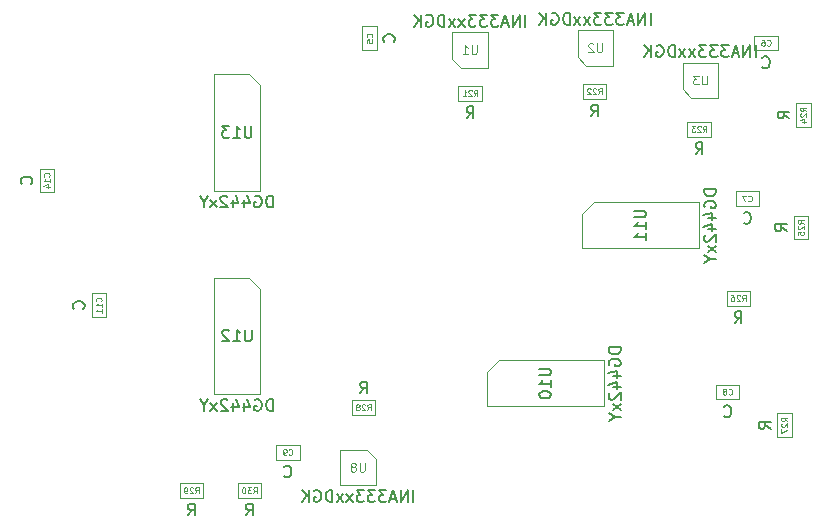
<source format=gbr>
%TF.GenerationSoftware,KiCad,Pcbnew,8.0.8*%
%TF.CreationDate,2025-07-24T20:26:14+03:00*%
%TF.ProjectId,memristor_shield,6d656d72-6973-4746-9f72-5f736869656c,rev?*%
%TF.SameCoordinates,Original*%
%TF.FileFunction,AssemblyDrawing,Bot*%
%FSLAX46Y46*%
G04 Gerber Fmt 4.6, Leading zero omitted, Abs format (unit mm)*
G04 Created by KiCad (PCBNEW 8.0.8) date 2025-07-24 20:26:14*
%MOMM*%
%LPD*%
G01*
G04 APERTURE LIST*
%ADD10C,0.150000*%
%ADD11C,0.080000*%
%ADD12C,0.110000*%
%ADD13C,0.100000*%
G04 APERTURE END LIST*
D10*
X128039580Y-77569523D02*
X128087200Y-77521904D01*
X128087200Y-77521904D02*
X128134819Y-77379047D01*
X128134819Y-77379047D02*
X128134819Y-77283809D01*
X128134819Y-77283809D02*
X128087200Y-77140952D01*
X128087200Y-77140952D02*
X127991961Y-77045714D01*
X127991961Y-77045714D02*
X127896723Y-76998095D01*
X127896723Y-76998095D02*
X127706247Y-76950476D01*
X127706247Y-76950476D02*
X127563390Y-76950476D01*
X127563390Y-76950476D02*
X127372914Y-76998095D01*
X127372914Y-76998095D02*
X127277676Y-77045714D01*
X127277676Y-77045714D02*
X127182438Y-77140952D01*
X127182438Y-77140952D02*
X127134819Y-77283809D01*
X127134819Y-77283809D02*
X127134819Y-77379047D01*
X127134819Y-77379047D02*
X127182438Y-77521904D01*
X127182438Y-77521904D02*
X127230057Y-77569523D01*
D11*
X129539530Y-76938571D02*
X129563340Y-76914762D01*
X129563340Y-76914762D02*
X129587149Y-76843333D01*
X129587149Y-76843333D02*
X129587149Y-76795714D01*
X129587149Y-76795714D02*
X129563340Y-76724286D01*
X129563340Y-76724286D02*
X129515720Y-76676667D01*
X129515720Y-76676667D02*
X129468101Y-76652857D01*
X129468101Y-76652857D02*
X129372863Y-76629048D01*
X129372863Y-76629048D02*
X129301435Y-76629048D01*
X129301435Y-76629048D02*
X129206197Y-76652857D01*
X129206197Y-76652857D02*
X129158578Y-76676667D01*
X129158578Y-76676667D02*
X129110959Y-76724286D01*
X129110959Y-76724286D02*
X129087149Y-76795714D01*
X129087149Y-76795714D02*
X129087149Y-76843333D01*
X129087149Y-76843333D02*
X129110959Y-76914762D01*
X129110959Y-76914762D02*
X129134768Y-76938571D01*
X129587149Y-77414762D02*
X129587149Y-77129048D01*
X129587149Y-77271905D02*
X129087149Y-77271905D01*
X129087149Y-77271905D02*
X129158578Y-77224286D01*
X129158578Y-77224286D02*
X129206197Y-77176667D01*
X129206197Y-77176667D02*
X129230006Y-77129048D01*
X129587149Y-77890952D02*
X129587149Y-77605238D01*
X129587149Y-77748095D02*
X129087149Y-77748095D01*
X129087149Y-77748095D02*
X129158578Y-77700476D01*
X129158578Y-77700476D02*
X129206197Y-77652857D01*
X129206197Y-77652857D02*
X129230006Y-77605238D01*
D10*
X187604819Y-70999523D02*
X187128628Y-70666190D01*
X187604819Y-70428095D02*
X186604819Y-70428095D01*
X186604819Y-70428095D02*
X186604819Y-70809047D01*
X186604819Y-70809047D02*
X186652438Y-70904285D01*
X186652438Y-70904285D02*
X186700057Y-70951904D01*
X186700057Y-70951904D02*
X186795295Y-70999523D01*
X186795295Y-70999523D02*
X186938152Y-70999523D01*
X186938152Y-70999523D02*
X187033390Y-70951904D01*
X187033390Y-70951904D02*
X187081009Y-70904285D01*
X187081009Y-70904285D02*
X187128628Y-70809047D01*
X187128628Y-70809047D02*
X187128628Y-70428095D01*
D11*
X189027149Y-70368571D02*
X188789054Y-70201905D01*
X189027149Y-70082857D02*
X188527149Y-70082857D01*
X188527149Y-70082857D02*
X188527149Y-70273333D01*
X188527149Y-70273333D02*
X188550959Y-70320952D01*
X188550959Y-70320952D02*
X188574768Y-70344762D01*
X188574768Y-70344762D02*
X188622387Y-70368571D01*
X188622387Y-70368571D02*
X188693816Y-70368571D01*
X188693816Y-70368571D02*
X188741435Y-70344762D01*
X188741435Y-70344762D02*
X188765244Y-70320952D01*
X188765244Y-70320952D02*
X188789054Y-70273333D01*
X188789054Y-70273333D02*
X188789054Y-70082857D01*
X188574768Y-70559048D02*
X188550959Y-70582857D01*
X188550959Y-70582857D02*
X188527149Y-70630476D01*
X188527149Y-70630476D02*
X188527149Y-70749524D01*
X188527149Y-70749524D02*
X188550959Y-70797143D01*
X188550959Y-70797143D02*
X188574768Y-70820952D01*
X188574768Y-70820952D02*
X188622387Y-70844762D01*
X188622387Y-70844762D02*
X188670006Y-70844762D01*
X188670006Y-70844762D02*
X188741435Y-70820952D01*
X188741435Y-70820952D02*
X189027149Y-70535238D01*
X189027149Y-70535238D02*
X189027149Y-70844762D01*
X188527149Y-71297142D02*
X188527149Y-71059047D01*
X188527149Y-71059047D02*
X188765244Y-71035238D01*
X188765244Y-71035238D02*
X188741435Y-71059047D01*
X188741435Y-71059047D02*
X188717625Y-71106666D01*
X188717625Y-71106666D02*
X188717625Y-71225714D01*
X188717625Y-71225714D02*
X188741435Y-71273333D01*
X188741435Y-71273333D02*
X188765244Y-71297142D01*
X188765244Y-71297142D02*
X188812863Y-71320952D01*
X188812863Y-71320952D02*
X188931911Y-71320952D01*
X188931911Y-71320952D02*
X188979530Y-71297142D01*
X188979530Y-71297142D02*
X189003340Y-71273333D01*
X189003340Y-71273333D02*
X189027149Y-71225714D01*
X189027149Y-71225714D02*
X189027149Y-71106666D01*
X189027149Y-71106666D02*
X189003340Y-71059047D01*
X189003340Y-71059047D02*
X188979530Y-71035238D01*
D10*
X160480476Y-61444819D02*
X160813809Y-60968628D01*
X161051904Y-61444819D02*
X161051904Y-60444819D01*
X161051904Y-60444819D02*
X160670952Y-60444819D01*
X160670952Y-60444819D02*
X160575714Y-60492438D01*
X160575714Y-60492438D02*
X160528095Y-60540057D01*
X160528095Y-60540057D02*
X160480476Y-60635295D01*
X160480476Y-60635295D02*
X160480476Y-60778152D01*
X160480476Y-60778152D02*
X160528095Y-60873390D01*
X160528095Y-60873390D02*
X160575714Y-60921009D01*
X160575714Y-60921009D02*
X160670952Y-60968628D01*
X160670952Y-60968628D02*
X161051904Y-60968628D01*
D11*
X161111428Y-59567149D02*
X161278094Y-59329054D01*
X161397142Y-59567149D02*
X161397142Y-59067149D01*
X161397142Y-59067149D02*
X161206666Y-59067149D01*
X161206666Y-59067149D02*
X161159047Y-59090959D01*
X161159047Y-59090959D02*
X161135237Y-59114768D01*
X161135237Y-59114768D02*
X161111428Y-59162387D01*
X161111428Y-59162387D02*
X161111428Y-59233816D01*
X161111428Y-59233816D02*
X161135237Y-59281435D01*
X161135237Y-59281435D02*
X161159047Y-59305244D01*
X161159047Y-59305244D02*
X161206666Y-59329054D01*
X161206666Y-59329054D02*
X161397142Y-59329054D01*
X160920951Y-59114768D02*
X160897142Y-59090959D01*
X160897142Y-59090959D02*
X160849523Y-59067149D01*
X160849523Y-59067149D02*
X160730475Y-59067149D01*
X160730475Y-59067149D02*
X160682856Y-59090959D01*
X160682856Y-59090959D02*
X160659047Y-59114768D01*
X160659047Y-59114768D02*
X160635237Y-59162387D01*
X160635237Y-59162387D02*
X160635237Y-59210006D01*
X160635237Y-59210006D02*
X160659047Y-59281435D01*
X160659047Y-59281435D02*
X160944761Y-59567149D01*
X160944761Y-59567149D02*
X160635237Y-59567149D01*
X160159047Y-59567149D02*
X160444761Y-59567149D01*
X160301904Y-59567149D02*
X160301904Y-59067149D01*
X160301904Y-59067149D02*
X160349523Y-59138578D01*
X160349523Y-59138578D02*
X160397142Y-59186197D01*
X160397142Y-59186197D02*
X160444761Y-59210006D01*
D10*
X144078809Y-86229819D02*
X144078809Y-85229819D01*
X144078809Y-85229819D02*
X143840714Y-85229819D01*
X143840714Y-85229819D02*
X143697857Y-85277438D01*
X143697857Y-85277438D02*
X143602619Y-85372676D01*
X143602619Y-85372676D02*
X143555000Y-85467914D01*
X143555000Y-85467914D02*
X143507381Y-85658390D01*
X143507381Y-85658390D02*
X143507381Y-85801247D01*
X143507381Y-85801247D02*
X143555000Y-85991723D01*
X143555000Y-85991723D02*
X143602619Y-86086961D01*
X143602619Y-86086961D02*
X143697857Y-86182200D01*
X143697857Y-86182200D02*
X143840714Y-86229819D01*
X143840714Y-86229819D02*
X144078809Y-86229819D01*
X142555000Y-85277438D02*
X142650238Y-85229819D01*
X142650238Y-85229819D02*
X142793095Y-85229819D01*
X142793095Y-85229819D02*
X142935952Y-85277438D01*
X142935952Y-85277438D02*
X143031190Y-85372676D01*
X143031190Y-85372676D02*
X143078809Y-85467914D01*
X143078809Y-85467914D02*
X143126428Y-85658390D01*
X143126428Y-85658390D02*
X143126428Y-85801247D01*
X143126428Y-85801247D02*
X143078809Y-85991723D01*
X143078809Y-85991723D02*
X143031190Y-86086961D01*
X143031190Y-86086961D02*
X142935952Y-86182200D01*
X142935952Y-86182200D02*
X142793095Y-86229819D01*
X142793095Y-86229819D02*
X142697857Y-86229819D01*
X142697857Y-86229819D02*
X142555000Y-86182200D01*
X142555000Y-86182200D02*
X142507381Y-86134580D01*
X142507381Y-86134580D02*
X142507381Y-85801247D01*
X142507381Y-85801247D02*
X142697857Y-85801247D01*
X141650238Y-85563152D02*
X141650238Y-86229819D01*
X141888333Y-85182200D02*
X142126428Y-85896485D01*
X142126428Y-85896485D02*
X141507381Y-85896485D01*
X140697857Y-85563152D02*
X140697857Y-86229819D01*
X140935952Y-85182200D02*
X141174047Y-85896485D01*
X141174047Y-85896485D02*
X140555000Y-85896485D01*
X140221666Y-85325057D02*
X140174047Y-85277438D01*
X140174047Y-85277438D02*
X140078809Y-85229819D01*
X140078809Y-85229819D02*
X139840714Y-85229819D01*
X139840714Y-85229819D02*
X139745476Y-85277438D01*
X139745476Y-85277438D02*
X139697857Y-85325057D01*
X139697857Y-85325057D02*
X139650238Y-85420295D01*
X139650238Y-85420295D02*
X139650238Y-85515533D01*
X139650238Y-85515533D02*
X139697857Y-85658390D01*
X139697857Y-85658390D02*
X140269285Y-86229819D01*
X140269285Y-86229819D02*
X139650238Y-86229819D01*
X139316904Y-86229819D02*
X138793095Y-85563152D01*
X139316904Y-85563152D02*
X138793095Y-86229819D01*
X138221666Y-85753628D02*
X138221666Y-86229819D01*
X138554999Y-85229819D02*
X138221666Y-85753628D01*
X138221666Y-85753628D02*
X137888333Y-85229819D01*
X142268332Y-79340566D02*
X142268332Y-80133900D01*
X142268332Y-80133900D02*
X142221666Y-80227233D01*
X142221666Y-80227233D02*
X142174999Y-80273900D01*
X142174999Y-80273900D02*
X142081666Y-80320566D01*
X142081666Y-80320566D02*
X141894999Y-80320566D01*
X141894999Y-80320566D02*
X141801666Y-80273900D01*
X141801666Y-80273900D02*
X141754999Y-80227233D01*
X141754999Y-80227233D02*
X141708332Y-80133900D01*
X141708332Y-80133900D02*
X141708332Y-79340566D01*
X140728332Y-80320566D02*
X141288332Y-80320566D01*
X141008332Y-80320566D02*
X141008332Y-79340566D01*
X141008332Y-79340566D02*
X141101665Y-79480566D01*
X141101665Y-79480566D02*
X141194999Y-79573900D01*
X141194999Y-79573900D02*
X141288332Y-79620566D01*
X140354999Y-79433900D02*
X140308332Y-79387233D01*
X140308332Y-79387233D02*
X140214999Y-79340566D01*
X140214999Y-79340566D02*
X139981666Y-79340566D01*
X139981666Y-79340566D02*
X139888332Y-79387233D01*
X139888332Y-79387233D02*
X139841666Y-79433900D01*
X139841666Y-79433900D02*
X139794999Y-79527233D01*
X139794999Y-79527233D02*
X139794999Y-79620566D01*
X139794999Y-79620566D02*
X139841666Y-79760566D01*
X139841666Y-79760566D02*
X140401666Y-80320566D01*
X140401666Y-80320566D02*
X139794999Y-80320566D01*
X183180476Y-78794819D02*
X183513809Y-78318628D01*
X183751904Y-78794819D02*
X183751904Y-77794819D01*
X183751904Y-77794819D02*
X183370952Y-77794819D01*
X183370952Y-77794819D02*
X183275714Y-77842438D01*
X183275714Y-77842438D02*
X183228095Y-77890057D01*
X183228095Y-77890057D02*
X183180476Y-77985295D01*
X183180476Y-77985295D02*
X183180476Y-78128152D01*
X183180476Y-78128152D02*
X183228095Y-78223390D01*
X183228095Y-78223390D02*
X183275714Y-78271009D01*
X183275714Y-78271009D02*
X183370952Y-78318628D01*
X183370952Y-78318628D02*
X183751904Y-78318628D01*
D11*
X183811428Y-76917149D02*
X183978094Y-76679054D01*
X184097142Y-76917149D02*
X184097142Y-76417149D01*
X184097142Y-76417149D02*
X183906666Y-76417149D01*
X183906666Y-76417149D02*
X183859047Y-76440959D01*
X183859047Y-76440959D02*
X183835237Y-76464768D01*
X183835237Y-76464768D02*
X183811428Y-76512387D01*
X183811428Y-76512387D02*
X183811428Y-76583816D01*
X183811428Y-76583816D02*
X183835237Y-76631435D01*
X183835237Y-76631435D02*
X183859047Y-76655244D01*
X183859047Y-76655244D02*
X183906666Y-76679054D01*
X183906666Y-76679054D02*
X184097142Y-76679054D01*
X183620951Y-76464768D02*
X183597142Y-76440959D01*
X183597142Y-76440959D02*
X183549523Y-76417149D01*
X183549523Y-76417149D02*
X183430475Y-76417149D01*
X183430475Y-76417149D02*
X183382856Y-76440959D01*
X183382856Y-76440959D02*
X183359047Y-76464768D01*
X183359047Y-76464768D02*
X183335237Y-76512387D01*
X183335237Y-76512387D02*
X183335237Y-76560006D01*
X183335237Y-76560006D02*
X183359047Y-76631435D01*
X183359047Y-76631435D02*
X183644761Y-76917149D01*
X183644761Y-76917149D02*
X183335237Y-76917149D01*
X182906666Y-76417149D02*
X183001904Y-76417149D01*
X183001904Y-76417149D02*
X183049523Y-76440959D01*
X183049523Y-76440959D02*
X183073333Y-76464768D01*
X183073333Y-76464768D02*
X183120952Y-76536197D01*
X183120952Y-76536197D02*
X183144761Y-76631435D01*
X183144761Y-76631435D02*
X183144761Y-76821911D01*
X183144761Y-76821911D02*
X183120952Y-76869530D01*
X183120952Y-76869530D02*
X183097142Y-76893340D01*
X183097142Y-76893340D02*
X183049523Y-76917149D01*
X183049523Y-76917149D02*
X182954285Y-76917149D01*
X182954285Y-76917149D02*
X182906666Y-76893340D01*
X182906666Y-76893340D02*
X182882857Y-76869530D01*
X182882857Y-76869530D02*
X182859047Y-76821911D01*
X182859047Y-76821911D02*
X182859047Y-76702863D01*
X182859047Y-76702863D02*
X182882857Y-76655244D01*
X182882857Y-76655244D02*
X182906666Y-76631435D01*
X182906666Y-76631435D02*
X182954285Y-76607625D01*
X182954285Y-76607625D02*
X183049523Y-76607625D01*
X183049523Y-76607625D02*
X183097142Y-76631435D01*
X183097142Y-76631435D02*
X183120952Y-76655244D01*
X183120952Y-76655244D02*
X183144761Y-76702863D01*
D10*
X186214819Y-87729523D02*
X185738628Y-87396190D01*
X186214819Y-87158095D02*
X185214819Y-87158095D01*
X185214819Y-87158095D02*
X185214819Y-87539047D01*
X185214819Y-87539047D02*
X185262438Y-87634285D01*
X185262438Y-87634285D02*
X185310057Y-87681904D01*
X185310057Y-87681904D02*
X185405295Y-87729523D01*
X185405295Y-87729523D02*
X185548152Y-87729523D01*
X185548152Y-87729523D02*
X185643390Y-87681904D01*
X185643390Y-87681904D02*
X185691009Y-87634285D01*
X185691009Y-87634285D02*
X185738628Y-87539047D01*
X185738628Y-87539047D02*
X185738628Y-87158095D01*
D11*
X187637149Y-87098571D02*
X187399054Y-86931905D01*
X187637149Y-86812857D02*
X187137149Y-86812857D01*
X187137149Y-86812857D02*
X187137149Y-87003333D01*
X187137149Y-87003333D02*
X187160959Y-87050952D01*
X187160959Y-87050952D02*
X187184768Y-87074762D01*
X187184768Y-87074762D02*
X187232387Y-87098571D01*
X187232387Y-87098571D02*
X187303816Y-87098571D01*
X187303816Y-87098571D02*
X187351435Y-87074762D01*
X187351435Y-87074762D02*
X187375244Y-87050952D01*
X187375244Y-87050952D02*
X187399054Y-87003333D01*
X187399054Y-87003333D02*
X187399054Y-86812857D01*
X187184768Y-87289048D02*
X187160959Y-87312857D01*
X187160959Y-87312857D02*
X187137149Y-87360476D01*
X187137149Y-87360476D02*
X187137149Y-87479524D01*
X187137149Y-87479524D02*
X187160959Y-87527143D01*
X187160959Y-87527143D02*
X187184768Y-87550952D01*
X187184768Y-87550952D02*
X187232387Y-87574762D01*
X187232387Y-87574762D02*
X187280006Y-87574762D01*
X187280006Y-87574762D02*
X187351435Y-87550952D01*
X187351435Y-87550952D02*
X187637149Y-87265238D01*
X187637149Y-87265238D02*
X187637149Y-87574762D01*
X187137149Y-87741428D02*
X187137149Y-88074761D01*
X187137149Y-88074761D02*
X187637149Y-87860476D01*
D10*
X183937976Y-70299580D02*
X183985595Y-70347200D01*
X183985595Y-70347200D02*
X184128452Y-70394819D01*
X184128452Y-70394819D02*
X184223690Y-70394819D01*
X184223690Y-70394819D02*
X184366547Y-70347200D01*
X184366547Y-70347200D02*
X184461785Y-70251961D01*
X184461785Y-70251961D02*
X184509404Y-70156723D01*
X184509404Y-70156723D02*
X184557023Y-69966247D01*
X184557023Y-69966247D02*
X184557023Y-69823390D01*
X184557023Y-69823390D02*
X184509404Y-69632914D01*
X184509404Y-69632914D02*
X184461785Y-69537676D01*
X184461785Y-69537676D02*
X184366547Y-69442438D01*
X184366547Y-69442438D02*
X184223690Y-69394819D01*
X184223690Y-69394819D02*
X184128452Y-69394819D01*
X184128452Y-69394819D02*
X183985595Y-69442438D01*
X183985595Y-69442438D02*
X183937976Y-69490057D01*
D11*
X184330833Y-68439530D02*
X184354642Y-68463340D01*
X184354642Y-68463340D02*
X184426071Y-68487149D01*
X184426071Y-68487149D02*
X184473690Y-68487149D01*
X184473690Y-68487149D02*
X184545118Y-68463340D01*
X184545118Y-68463340D02*
X184592737Y-68415720D01*
X184592737Y-68415720D02*
X184616547Y-68368101D01*
X184616547Y-68368101D02*
X184640356Y-68272863D01*
X184640356Y-68272863D02*
X184640356Y-68201435D01*
X184640356Y-68201435D02*
X184616547Y-68106197D01*
X184616547Y-68106197D02*
X184592737Y-68058578D01*
X184592737Y-68058578D02*
X184545118Y-68010959D01*
X184545118Y-68010959D02*
X184473690Y-67987149D01*
X184473690Y-67987149D02*
X184426071Y-67987149D01*
X184426071Y-67987149D02*
X184354642Y-68010959D01*
X184354642Y-68010959D02*
X184330833Y-68034768D01*
X184164166Y-67987149D02*
X183830833Y-67987149D01*
X183830833Y-67987149D02*
X184045118Y-68487149D01*
D10*
X182270476Y-86659580D02*
X182318095Y-86707200D01*
X182318095Y-86707200D02*
X182460952Y-86754819D01*
X182460952Y-86754819D02*
X182556190Y-86754819D01*
X182556190Y-86754819D02*
X182699047Y-86707200D01*
X182699047Y-86707200D02*
X182794285Y-86611961D01*
X182794285Y-86611961D02*
X182841904Y-86516723D01*
X182841904Y-86516723D02*
X182889523Y-86326247D01*
X182889523Y-86326247D02*
X182889523Y-86183390D01*
X182889523Y-86183390D02*
X182841904Y-85992914D01*
X182841904Y-85992914D02*
X182794285Y-85897676D01*
X182794285Y-85897676D02*
X182699047Y-85802438D01*
X182699047Y-85802438D02*
X182556190Y-85754819D01*
X182556190Y-85754819D02*
X182460952Y-85754819D01*
X182460952Y-85754819D02*
X182318095Y-85802438D01*
X182318095Y-85802438D02*
X182270476Y-85850057D01*
D11*
X182663333Y-84799530D02*
X182687142Y-84823340D01*
X182687142Y-84823340D02*
X182758571Y-84847149D01*
X182758571Y-84847149D02*
X182806190Y-84847149D01*
X182806190Y-84847149D02*
X182877618Y-84823340D01*
X182877618Y-84823340D02*
X182925237Y-84775720D01*
X182925237Y-84775720D02*
X182949047Y-84728101D01*
X182949047Y-84728101D02*
X182972856Y-84632863D01*
X182972856Y-84632863D02*
X182972856Y-84561435D01*
X182972856Y-84561435D02*
X182949047Y-84466197D01*
X182949047Y-84466197D02*
X182925237Y-84418578D01*
X182925237Y-84418578D02*
X182877618Y-84370959D01*
X182877618Y-84370959D02*
X182806190Y-84347149D01*
X182806190Y-84347149D02*
X182758571Y-84347149D01*
X182758571Y-84347149D02*
X182687142Y-84370959D01*
X182687142Y-84370959D02*
X182663333Y-84394768D01*
X182377618Y-84561435D02*
X182425237Y-84537625D01*
X182425237Y-84537625D02*
X182449047Y-84513816D01*
X182449047Y-84513816D02*
X182472856Y-84466197D01*
X182472856Y-84466197D02*
X182472856Y-84442387D01*
X182472856Y-84442387D02*
X182449047Y-84394768D01*
X182449047Y-84394768D02*
X182425237Y-84370959D01*
X182425237Y-84370959D02*
X182377618Y-84347149D01*
X182377618Y-84347149D02*
X182282380Y-84347149D01*
X182282380Y-84347149D02*
X182234761Y-84370959D01*
X182234761Y-84370959D02*
X182210952Y-84394768D01*
X182210952Y-84394768D02*
X182187142Y-84442387D01*
X182187142Y-84442387D02*
X182187142Y-84466197D01*
X182187142Y-84466197D02*
X182210952Y-84513816D01*
X182210952Y-84513816D02*
X182234761Y-84537625D01*
X182234761Y-84537625D02*
X182282380Y-84561435D01*
X182282380Y-84561435D02*
X182377618Y-84561435D01*
X182377618Y-84561435D02*
X182425237Y-84585244D01*
X182425237Y-84585244D02*
X182449047Y-84609054D01*
X182449047Y-84609054D02*
X182472856Y-84656673D01*
X182472856Y-84656673D02*
X182472856Y-84751911D01*
X182472856Y-84751911D02*
X182449047Y-84799530D01*
X182449047Y-84799530D02*
X182425237Y-84823340D01*
X182425237Y-84823340D02*
X182377618Y-84847149D01*
X182377618Y-84847149D02*
X182282380Y-84847149D01*
X182282380Y-84847149D02*
X182234761Y-84823340D01*
X182234761Y-84823340D02*
X182210952Y-84799530D01*
X182210952Y-84799530D02*
X182187142Y-84751911D01*
X182187142Y-84751911D02*
X182187142Y-84656673D01*
X182187142Y-84656673D02*
X182210952Y-84609054D01*
X182210952Y-84609054D02*
X182234761Y-84585244D01*
X182234761Y-84585244D02*
X182282380Y-84561435D01*
D10*
X136870476Y-95064819D02*
X137203809Y-94588628D01*
X137441904Y-95064819D02*
X137441904Y-94064819D01*
X137441904Y-94064819D02*
X137060952Y-94064819D01*
X137060952Y-94064819D02*
X136965714Y-94112438D01*
X136965714Y-94112438D02*
X136918095Y-94160057D01*
X136918095Y-94160057D02*
X136870476Y-94255295D01*
X136870476Y-94255295D02*
X136870476Y-94398152D01*
X136870476Y-94398152D02*
X136918095Y-94493390D01*
X136918095Y-94493390D02*
X136965714Y-94541009D01*
X136965714Y-94541009D02*
X137060952Y-94588628D01*
X137060952Y-94588628D02*
X137441904Y-94588628D01*
D11*
X137501428Y-93187149D02*
X137668094Y-92949054D01*
X137787142Y-93187149D02*
X137787142Y-92687149D01*
X137787142Y-92687149D02*
X137596666Y-92687149D01*
X137596666Y-92687149D02*
X137549047Y-92710959D01*
X137549047Y-92710959D02*
X137525237Y-92734768D01*
X137525237Y-92734768D02*
X137501428Y-92782387D01*
X137501428Y-92782387D02*
X137501428Y-92853816D01*
X137501428Y-92853816D02*
X137525237Y-92901435D01*
X137525237Y-92901435D02*
X137549047Y-92925244D01*
X137549047Y-92925244D02*
X137596666Y-92949054D01*
X137596666Y-92949054D02*
X137787142Y-92949054D01*
X137310951Y-92734768D02*
X137287142Y-92710959D01*
X137287142Y-92710959D02*
X137239523Y-92687149D01*
X137239523Y-92687149D02*
X137120475Y-92687149D01*
X137120475Y-92687149D02*
X137072856Y-92710959D01*
X137072856Y-92710959D02*
X137049047Y-92734768D01*
X137049047Y-92734768D02*
X137025237Y-92782387D01*
X137025237Y-92782387D02*
X137025237Y-92830006D01*
X137025237Y-92830006D02*
X137049047Y-92901435D01*
X137049047Y-92901435D02*
X137334761Y-93187149D01*
X137334761Y-93187149D02*
X137025237Y-93187149D01*
X136787142Y-93187149D02*
X136691904Y-93187149D01*
X136691904Y-93187149D02*
X136644285Y-93163340D01*
X136644285Y-93163340D02*
X136620476Y-93139530D01*
X136620476Y-93139530D02*
X136572857Y-93068101D01*
X136572857Y-93068101D02*
X136549047Y-92972863D01*
X136549047Y-92972863D02*
X136549047Y-92782387D01*
X136549047Y-92782387D02*
X136572857Y-92734768D01*
X136572857Y-92734768D02*
X136596666Y-92710959D01*
X136596666Y-92710959D02*
X136644285Y-92687149D01*
X136644285Y-92687149D02*
X136739523Y-92687149D01*
X136739523Y-92687149D02*
X136787142Y-92710959D01*
X136787142Y-92710959D02*
X136810952Y-92734768D01*
X136810952Y-92734768D02*
X136834761Y-92782387D01*
X136834761Y-92782387D02*
X136834761Y-92901435D01*
X136834761Y-92901435D02*
X136810952Y-92949054D01*
X136810952Y-92949054D02*
X136787142Y-92972863D01*
X136787142Y-92972863D02*
X136739523Y-92996673D01*
X136739523Y-92996673D02*
X136644285Y-92996673D01*
X136644285Y-92996673D02*
X136596666Y-92972863D01*
X136596666Y-92972863D02*
X136572857Y-92949054D01*
X136572857Y-92949054D02*
X136549047Y-92901435D01*
D10*
X144068809Y-68989819D02*
X144068809Y-67989819D01*
X144068809Y-67989819D02*
X143830714Y-67989819D01*
X143830714Y-67989819D02*
X143687857Y-68037438D01*
X143687857Y-68037438D02*
X143592619Y-68132676D01*
X143592619Y-68132676D02*
X143545000Y-68227914D01*
X143545000Y-68227914D02*
X143497381Y-68418390D01*
X143497381Y-68418390D02*
X143497381Y-68561247D01*
X143497381Y-68561247D02*
X143545000Y-68751723D01*
X143545000Y-68751723D02*
X143592619Y-68846961D01*
X143592619Y-68846961D02*
X143687857Y-68942200D01*
X143687857Y-68942200D02*
X143830714Y-68989819D01*
X143830714Y-68989819D02*
X144068809Y-68989819D01*
X142545000Y-68037438D02*
X142640238Y-67989819D01*
X142640238Y-67989819D02*
X142783095Y-67989819D01*
X142783095Y-67989819D02*
X142925952Y-68037438D01*
X142925952Y-68037438D02*
X143021190Y-68132676D01*
X143021190Y-68132676D02*
X143068809Y-68227914D01*
X143068809Y-68227914D02*
X143116428Y-68418390D01*
X143116428Y-68418390D02*
X143116428Y-68561247D01*
X143116428Y-68561247D02*
X143068809Y-68751723D01*
X143068809Y-68751723D02*
X143021190Y-68846961D01*
X143021190Y-68846961D02*
X142925952Y-68942200D01*
X142925952Y-68942200D02*
X142783095Y-68989819D01*
X142783095Y-68989819D02*
X142687857Y-68989819D01*
X142687857Y-68989819D02*
X142545000Y-68942200D01*
X142545000Y-68942200D02*
X142497381Y-68894580D01*
X142497381Y-68894580D02*
X142497381Y-68561247D01*
X142497381Y-68561247D02*
X142687857Y-68561247D01*
X141640238Y-68323152D02*
X141640238Y-68989819D01*
X141878333Y-67942200D02*
X142116428Y-68656485D01*
X142116428Y-68656485D02*
X141497381Y-68656485D01*
X140687857Y-68323152D02*
X140687857Y-68989819D01*
X140925952Y-67942200D02*
X141164047Y-68656485D01*
X141164047Y-68656485D02*
X140545000Y-68656485D01*
X140211666Y-68085057D02*
X140164047Y-68037438D01*
X140164047Y-68037438D02*
X140068809Y-67989819D01*
X140068809Y-67989819D02*
X139830714Y-67989819D01*
X139830714Y-67989819D02*
X139735476Y-68037438D01*
X139735476Y-68037438D02*
X139687857Y-68085057D01*
X139687857Y-68085057D02*
X139640238Y-68180295D01*
X139640238Y-68180295D02*
X139640238Y-68275533D01*
X139640238Y-68275533D02*
X139687857Y-68418390D01*
X139687857Y-68418390D02*
X140259285Y-68989819D01*
X140259285Y-68989819D02*
X139640238Y-68989819D01*
X139306904Y-68989819D02*
X138783095Y-68323152D01*
X139306904Y-68323152D02*
X138783095Y-68989819D01*
X138211666Y-68513628D02*
X138211666Y-68989819D01*
X138544999Y-67989819D02*
X138211666Y-68513628D01*
X138211666Y-68513628D02*
X137878333Y-67989819D01*
X142258332Y-62100566D02*
X142258332Y-62893900D01*
X142258332Y-62893900D02*
X142211666Y-62987233D01*
X142211666Y-62987233D02*
X142164999Y-63033900D01*
X142164999Y-63033900D02*
X142071666Y-63080566D01*
X142071666Y-63080566D02*
X141884999Y-63080566D01*
X141884999Y-63080566D02*
X141791666Y-63033900D01*
X141791666Y-63033900D02*
X141744999Y-62987233D01*
X141744999Y-62987233D02*
X141698332Y-62893900D01*
X141698332Y-62893900D02*
X141698332Y-62100566D01*
X140718332Y-63080566D02*
X141278332Y-63080566D01*
X140998332Y-63080566D02*
X140998332Y-62100566D01*
X140998332Y-62100566D02*
X141091665Y-62240566D01*
X141091665Y-62240566D02*
X141184999Y-62333900D01*
X141184999Y-62333900D02*
X141278332Y-62380566D01*
X140391666Y-62100566D02*
X139784999Y-62100566D01*
X139784999Y-62100566D02*
X140111666Y-62473900D01*
X140111666Y-62473900D02*
X139971666Y-62473900D01*
X139971666Y-62473900D02*
X139878332Y-62520566D01*
X139878332Y-62520566D02*
X139831666Y-62567233D01*
X139831666Y-62567233D02*
X139784999Y-62660566D01*
X139784999Y-62660566D02*
X139784999Y-62893900D01*
X139784999Y-62893900D02*
X139831666Y-62987233D01*
X139831666Y-62987233D02*
X139878332Y-63033900D01*
X139878332Y-63033900D02*
X139971666Y-63080566D01*
X139971666Y-63080566D02*
X140251666Y-63080566D01*
X140251666Y-63080566D02*
X140344999Y-63033900D01*
X140344999Y-63033900D02*
X140391666Y-62987233D01*
X181579819Y-67471190D02*
X180579819Y-67471190D01*
X180579819Y-67471190D02*
X180579819Y-67709285D01*
X180579819Y-67709285D02*
X180627438Y-67852142D01*
X180627438Y-67852142D02*
X180722676Y-67947380D01*
X180722676Y-67947380D02*
X180817914Y-67994999D01*
X180817914Y-67994999D02*
X181008390Y-68042618D01*
X181008390Y-68042618D02*
X181151247Y-68042618D01*
X181151247Y-68042618D02*
X181341723Y-67994999D01*
X181341723Y-67994999D02*
X181436961Y-67947380D01*
X181436961Y-67947380D02*
X181532200Y-67852142D01*
X181532200Y-67852142D02*
X181579819Y-67709285D01*
X181579819Y-67709285D02*
X181579819Y-67471190D01*
X180627438Y-68994999D02*
X180579819Y-68899761D01*
X180579819Y-68899761D02*
X180579819Y-68756904D01*
X180579819Y-68756904D02*
X180627438Y-68614047D01*
X180627438Y-68614047D02*
X180722676Y-68518809D01*
X180722676Y-68518809D02*
X180817914Y-68471190D01*
X180817914Y-68471190D02*
X181008390Y-68423571D01*
X181008390Y-68423571D02*
X181151247Y-68423571D01*
X181151247Y-68423571D02*
X181341723Y-68471190D01*
X181341723Y-68471190D02*
X181436961Y-68518809D01*
X181436961Y-68518809D02*
X181532200Y-68614047D01*
X181532200Y-68614047D02*
X181579819Y-68756904D01*
X181579819Y-68756904D02*
X181579819Y-68852142D01*
X181579819Y-68852142D02*
X181532200Y-68994999D01*
X181532200Y-68994999D02*
X181484580Y-69042618D01*
X181484580Y-69042618D02*
X181151247Y-69042618D01*
X181151247Y-69042618D02*
X181151247Y-68852142D01*
X180913152Y-69899761D02*
X181579819Y-69899761D01*
X180532200Y-69661666D02*
X181246485Y-69423571D01*
X181246485Y-69423571D02*
X181246485Y-70042618D01*
X180913152Y-70852142D02*
X181579819Y-70852142D01*
X180532200Y-70614047D02*
X181246485Y-70375952D01*
X181246485Y-70375952D02*
X181246485Y-70994999D01*
X180675057Y-71328333D02*
X180627438Y-71375952D01*
X180627438Y-71375952D02*
X180579819Y-71471190D01*
X180579819Y-71471190D02*
X180579819Y-71709285D01*
X180579819Y-71709285D02*
X180627438Y-71804523D01*
X180627438Y-71804523D02*
X180675057Y-71852142D01*
X180675057Y-71852142D02*
X180770295Y-71899761D01*
X180770295Y-71899761D02*
X180865533Y-71899761D01*
X180865533Y-71899761D02*
X181008390Y-71852142D01*
X181008390Y-71852142D02*
X181579819Y-71280714D01*
X181579819Y-71280714D02*
X181579819Y-71899761D01*
X181579819Y-72233095D02*
X180913152Y-72756904D01*
X180913152Y-72233095D02*
X181579819Y-72756904D01*
X181103628Y-73328333D02*
X181579819Y-73328333D01*
X180579819Y-72995000D02*
X181103628Y-73328333D01*
X181103628Y-73328333D02*
X180579819Y-73661666D01*
X174690566Y-69281667D02*
X175483900Y-69281667D01*
X175483900Y-69281667D02*
X175577233Y-69328334D01*
X175577233Y-69328334D02*
X175623900Y-69375000D01*
X175623900Y-69375000D02*
X175670566Y-69468334D01*
X175670566Y-69468334D02*
X175670566Y-69655000D01*
X175670566Y-69655000D02*
X175623900Y-69748334D01*
X175623900Y-69748334D02*
X175577233Y-69795000D01*
X175577233Y-69795000D02*
X175483900Y-69841667D01*
X175483900Y-69841667D02*
X174690566Y-69841667D01*
X175670566Y-70821667D02*
X175670566Y-70261667D01*
X175670566Y-70541667D02*
X174690566Y-70541667D01*
X174690566Y-70541667D02*
X174830566Y-70448334D01*
X174830566Y-70448334D02*
X174923900Y-70355001D01*
X174923900Y-70355001D02*
X174970566Y-70261667D01*
X175670566Y-71755000D02*
X175670566Y-71195000D01*
X175670566Y-71475000D02*
X174690566Y-71475000D01*
X174690566Y-71475000D02*
X174830566Y-71381667D01*
X174830566Y-71381667D02*
X174923900Y-71288334D01*
X174923900Y-71288334D02*
X174970566Y-71195000D01*
X173509819Y-80851190D02*
X172509819Y-80851190D01*
X172509819Y-80851190D02*
X172509819Y-81089285D01*
X172509819Y-81089285D02*
X172557438Y-81232142D01*
X172557438Y-81232142D02*
X172652676Y-81327380D01*
X172652676Y-81327380D02*
X172747914Y-81374999D01*
X172747914Y-81374999D02*
X172938390Y-81422618D01*
X172938390Y-81422618D02*
X173081247Y-81422618D01*
X173081247Y-81422618D02*
X173271723Y-81374999D01*
X173271723Y-81374999D02*
X173366961Y-81327380D01*
X173366961Y-81327380D02*
X173462200Y-81232142D01*
X173462200Y-81232142D02*
X173509819Y-81089285D01*
X173509819Y-81089285D02*
X173509819Y-80851190D01*
X172557438Y-82374999D02*
X172509819Y-82279761D01*
X172509819Y-82279761D02*
X172509819Y-82136904D01*
X172509819Y-82136904D02*
X172557438Y-81994047D01*
X172557438Y-81994047D02*
X172652676Y-81898809D01*
X172652676Y-81898809D02*
X172747914Y-81851190D01*
X172747914Y-81851190D02*
X172938390Y-81803571D01*
X172938390Y-81803571D02*
X173081247Y-81803571D01*
X173081247Y-81803571D02*
X173271723Y-81851190D01*
X173271723Y-81851190D02*
X173366961Y-81898809D01*
X173366961Y-81898809D02*
X173462200Y-81994047D01*
X173462200Y-81994047D02*
X173509819Y-82136904D01*
X173509819Y-82136904D02*
X173509819Y-82232142D01*
X173509819Y-82232142D02*
X173462200Y-82374999D01*
X173462200Y-82374999D02*
X173414580Y-82422618D01*
X173414580Y-82422618D02*
X173081247Y-82422618D01*
X173081247Y-82422618D02*
X173081247Y-82232142D01*
X172843152Y-83279761D02*
X173509819Y-83279761D01*
X172462200Y-83041666D02*
X173176485Y-82803571D01*
X173176485Y-82803571D02*
X173176485Y-83422618D01*
X172843152Y-84232142D02*
X173509819Y-84232142D01*
X172462200Y-83994047D02*
X173176485Y-83755952D01*
X173176485Y-83755952D02*
X173176485Y-84374999D01*
X172605057Y-84708333D02*
X172557438Y-84755952D01*
X172557438Y-84755952D02*
X172509819Y-84851190D01*
X172509819Y-84851190D02*
X172509819Y-85089285D01*
X172509819Y-85089285D02*
X172557438Y-85184523D01*
X172557438Y-85184523D02*
X172605057Y-85232142D01*
X172605057Y-85232142D02*
X172700295Y-85279761D01*
X172700295Y-85279761D02*
X172795533Y-85279761D01*
X172795533Y-85279761D02*
X172938390Y-85232142D01*
X172938390Y-85232142D02*
X173509819Y-84660714D01*
X173509819Y-84660714D02*
X173509819Y-85279761D01*
X173509819Y-85613095D02*
X172843152Y-86136904D01*
X172843152Y-85613095D02*
X173509819Y-86136904D01*
X173033628Y-86708333D02*
X173509819Y-86708333D01*
X172509819Y-86375000D02*
X173033628Y-86708333D01*
X173033628Y-86708333D02*
X172509819Y-87041666D01*
X166620566Y-82661667D02*
X167413900Y-82661667D01*
X167413900Y-82661667D02*
X167507233Y-82708334D01*
X167507233Y-82708334D02*
X167553900Y-82755000D01*
X167553900Y-82755000D02*
X167600566Y-82848334D01*
X167600566Y-82848334D02*
X167600566Y-83035000D01*
X167600566Y-83035000D02*
X167553900Y-83128334D01*
X167553900Y-83128334D02*
X167507233Y-83175000D01*
X167507233Y-83175000D02*
X167413900Y-83221667D01*
X167413900Y-83221667D02*
X166620566Y-83221667D01*
X167600566Y-84201667D02*
X167600566Y-83641667D01*
X167600566Y-83921667D02*
X166620566Y-83921667D01*
X166620566Y-83921667D02*
X166760566Y-83828334D01*
X166760566Y-83828334D02*
X166853900Y-83735001D01*
X166853900Y-83735001D02*
X166900566Y-83641667D01*
X166620566Y-84808334D02*
X166620566Y-84901667D01*
X166620566Y-84901667D02*
X166667233Y-84995000D01*
X166667233Y-84995000D02*
X166713900Y-85041667D01*
X166713900Y-85041667D02*
X166807233Y-85088334D01*
X166807233Y-85088334D02*
X166993900Y-85135000D01*
X166993900Y-85135000D02*
X167227233Y-85135000D01*
X167227233Y-85135000D02*
X167413900Y-85088334D01*
X167413900Y-85088334D02*
X167507233Y-85041667D01*
X167507233Y-85041667D02*
X167553900Y-84995000D01*
X167553900Y-84995000D02*
X167600566Y-84901667D01*
X167600566Y-84901667D02*
X167600566Y-84808334D01*
X167600566Y-84808334D02*
X167553900Y-84715000D01*
X167553900Y-84715000D02*
X167507233Y-84668334D01*
X167507233Y-84668334D02*
X167413900Y-84621667D01*
X167413900Y-84621667D02*
X167227233Y-84575000D01*
X167227233Y-84575000D02*
X166993900Y-84575000D01*
X166993900Y-84575000D02*
X166807233Y-84621667D01*
X166807233Y-84621667D02*
X166713900Y-84668334D01*
X166713900Y-84668334D02*
X166667233Y-84715000D01*
X166667233Y-84715000D02*
X166620566Y-84808334D01*
X155970475Y-93924819D02*
X155970475Y-92924819D01*
X155494285Y-93924819D02*
X155494285Y-92924819D01*
X155494285Y-92924819D02*
X154922857Y-93924819D01*
X154922857Y-93924819D02*
X154922857Y-92924819D01*
X154494285Y-93639104D02*
X154018095Y-93639104D01*
X154589523Y-93924819D02*
X154256190Y-92924819D01*
X154256190Y-92924819D02*
X153922857Y-93924819D01*
X153684761Y-92924819D02*
X153065714Y-92924819D01*
X153065714Y-92924819D02*
X153399047Y-93305771D01*
X153399047Y-93305771D02*
X153256190Y-93305771D01*
X153256190Y-93305771D02*
X153160952Y-93353390D01*
X153160952Y-93353390D02*
X153113333Y-93401009D01*
X153113333Y-93401009D02*
X153065714Y-93496247D01*
X153065714Y-93496247D02*
X153065714Y-93734342D01*
X153065714Y-93734342D02*
X153113333Y-93829580D01*
X153113333Y-93829580D02*
X153160952Y-93877200D01*
X153160952Y-93877200D02*
X153256190Y-93924819D01*
X153256190Y-93924819D02*
X153541904Y-93924819D01*
X153541904Y-93924819D02*
X153637142Y-93877200D01*
X153637142Y-93877200D02*
X153684761Y-93829580D01*
X152732380Y-92924819D02*
X152113333Y-92924819D01*
X152113333Y-92924819D02*
X152446666Y-93305771D01*
X152446666Y-93305771D02*
X152303809Y-93305771D01*
X152303809Y-93305771D02*
X152208571Y-93353390D01*
X152208571Y-93353390D02*
X152160952Y-93401009D01*
X152160952Y-93401009D02*
X152113333Y-93496247D01*
X152113333Y-93496247D02*
X152113333Y-93734342D01*
X152113333Y-93734342D02*
X152160952Y-93829580D01*
X152160952Y-93829580D02*
X152208571Y-93877200D01*
X152208571Y-93877200D02*
X152303809Y-93924819D01*
X152303809Y-93924819D02*
X152589523Y-93924819D01*
X152589523Y-93924819D02*
X152684761Y-93877200D01*
X152684761Y-93877200D02*
X152732380Y-93829580D01*
X151779999Y-92924819D02*
X151160952Y-92924819D01*
X151160952Y-92924819D02*
X151494285Y-93305771D01*
X151494285Y-93305771D02*
X151351428Y-93305771D01*
X151351428Y-93305771D02*
X151256190Y-93353390D01*
X151256190Y-93353390D02*
X151208571Y-93401009D01*
X151208571Y-93401009D02*
X151160952Y-93496247D01*
X151160952Y-93496247D02*
X151160952Y-93734342D01*
X151160952Y-93734342D02*
X151208571Y-93829580D01*
X151208571Y-93829580D02*
X151256190Y-93877200D01*
X151256190Y-93877200D02*
X151351428Y-93924819D01*
X151351428Y-93924819D02*
X151637142Y-93924819D01*
X151637142Y-93924819D02*
X151732380Y-93877200D01*
X151732380Y-93877200D02*
X151779999Y-93829580D01*
X150827618Y-93924819D02*
X150303809Y-93258152D01*
X150827618Y-93258152D02*
X150303809Y-93924819D01*
X150018094Y-93924819D02*
X149494285Y-93258152D01*
X150018094Y-93258152D02*
X149494285Y-93924819D01*
X149113332Y-93924819D02*
X149113332Y-92924819D01*
X149113332Y-92924819D02*
X148875237Y-92924819D01*
X148875237Y-92924819D02*
X148732380Y-92972438D01*
X148732380Y-92972438D02*
X148637142Y-93067676D01*
X148637142Y-93067676D02*
X148589523Y-93162914D01*
X148589523Y-93162914D02*
X148541904Y-93353390D01*
X148541904Y-93353390D02*
X148541904Y-93496247D01*
X148541904Y-93496247D02*
X148589523Y-93686723D01*
X148589523Y-93686723D02*
X148637142Y-93781961D01*
X148637142Y-93781961D02*
X148732380Y-93877200D01*
X148732380Y-93877200D02*
X148875237Y-93924819D01*
X148875237Y-93924819D02*
X149113332Y-93924819D01*
X147589523Y-92972438D02*
X147684761Y-92924819D01*
X147684761Y-92924819D02*
X147827618Y-92924819D01*
X147827618Y-92924819D02*
X147970475Y-92972438D01*
X147970475Y-92972438D02*
X148065713Y-93067676D01*
X148065713Y-93067676D02*
X148113332Y-93162914D01*
X148113332Y-93162914D02*
X148160951Y-93353390D01*
X148160951Y-93353390D02*
X148160951Y-93496247D01*
X148160951Y-93496247D02*
X148113332Y-93686723D01*
X148113332Y-93686723D02*
X148065713Y-93781961D01*
X148065713Y-93781961D02*
X147970475Y-93877200D01*
X147970475Y-93877200D02*
X147827618Y-93924819D01*
X147827618Y-93924819D02*
X147732380Y-93924819D01*
X147732380Y-93924819D02*
X147589523Y-93877200D01*
X147589523Y-93877200D02*
X147541904Y-93829580D01*
X147541904Y-93829580D02*
X147541904Y-93496247D01*
X147541904Y-93496247D02*
X147732380Y-93496247D01*
X147113332Y-93924819D02*
X147113332Y-92924819D01*
X146541904Y-93924819D02*
X146970475Y-93353390D01*
X146541904Y-92924819D02*
X147113332Y-93496247D01*
D12*
X151851428Y-90611244D02*
X151851428Y-91218387D01*
X151851428Y-91218387D02*
X151815714Y-91289815D01*
X151815714Y-91289815D02*
X151780000Y-91325530D01*
X151780000Y-91325530D02*
X151708571Y-91361244D01*
X151708571Y-91361244D02*
X151565714Y-91361244D01*
X151565714Y-91361244D02*
X151494285Y-91325530D01*
X151494285Y-91325530D02*
X151458571Y-91289815D01*
X151458571Y-91289815D02*
X151422857Y-91218387D01*
X151422857Y-91218387D02*
X151422857Y-90611244D01*
X150958571Y-90932672D02*
X151030000Y-90896958D01*
X151030000Y-90896958D02*
X151065714Y-90861244D01*
X151065714Y-90861244D02*
X151101428Y-90789815D01*
X151101428Y-90789815D02*
X151101428Y-90754101D01*
X151101428Y-90754101D02*
X151065714Y-90682672D01*
X151065714Y-90682672D02*
X151030000Y-90646958D01*
X151030000Y-90646958D02*
X150958571Y-90611244D01*
X150958571Y-90611244D02*
X150815714Y-90611244D01*
X150815714Y-90611244D02*
X150744286Y-90646958D01*
X150744286Y-90646958D02*
X150708571Y-90682672D01*
X150708571Y-90682672D02*
X150672857Y-90754101D01*
X150672857Y-90754101D02*
X150672857Y-90789815D01*
X150672857Y-90789815D02*
X150708571Y-90861244D01*
X150708571Y-90861244D02*
X150744286Y-90896958D01*
X150744286Y-90896958D02*
X150815714Y-90932672D01*
X150815714Y-90932672D02*
X150958571Y-90932672D01*
X150958571Y-90932672D02*
X151030000Y-90968387D01*
X151030000Y-90968387D02*
X151065714Y-91004101D01*
X151065714Y-91004101D02*
X151101428Y-91075530D01*
X151101428Y-91075530D02*
X151101428Y-91218387D01*
X151101428Y-91218387D02*
X151065714Y-91289815D01*
X151065714Y-91289815D02*
X151030000Y-91325530D01*
X151030000Y-91325530D02*
X150958571Y-91361244D01*
X150958571Y-91361244D02*
X150815714Y-91361244D01*
X150815714Y-91361244D02*
X150744286Y-91325530D01*
X150744286Y-91325530D02*
X150708571Y-91289815D01*
X150708571Y-91289815D02*
X150672857Y-91218387D01*
X150672857Y-91218387D02*
X150672857Y-91075530D01*
X150672857Y-91075530D02*
X150708571Y-91004101D01*
X150708571Y-91004101D02*
X150744286Y-90968387D01*
X150744286Y-90968387D02*
X150815714Y-90932672D01*
D10*
X171010476Y-61284819D02*
X171343809Y-60808628D01*
X171581904Y-61284819D02*
X171581904Y-60284819D01*
X171581904Y-60284819D02*
X171200952Y-60284819D01*
X171200952Y-60284819D02*
X171105714Y-60332438D01*
X171105714Y-60332438D02*
X171058095Y-60380057D01*
X171058095Y-60380057D02*
X171010476Y-60475295D01*
X171010476Y-60475295D02*
X171010476Y-60618152D01*
X171010476Y-60618152D02*
X171058095Y-60713390D01*
X171058095Y-60713390D02*
X171105714Y-60761009D01*
X171105714Y-60761009D02*
X171200952Y-60808628D01*
X171200952Y-60808628D02*
X171581904Y-60808628D01*
D11*
X171641428Y-59407149D02*
X171808094Y-59169054D01*
X171927142Y-59407149D02*
X171927142Y-58907149D01*
X171927142Y-58907149D02*
X171736666Y-58907149D01*
X171736666Y-58907149D02*
X171689047Y-58930959D01*
X171689047Y-58930959D02*
X171665237Y-58954768D01*
X171665237Y-58954768D02*
X171641428Y-59002387D01*
X171641428Y-59002387D02*
X171641428Y-59073816D01*
X171641428Y-59073816D02*
X171665237Y-59121435D01*
X171665237Y-59121435D02*
X171689047Y-59145244D01*
X171689047Y-59145244D02*
X171736666Y-59169054D01*
X171736666Y-59169054D02*
X171927142Y-59169054D01*
X171450951Y-58954768D02*
X171427142Y-58930959D01*
X171427142Y-58930959D02*
X171379523Y-58907149D01*
X171379523Y-58907149D02*
X171260475Y-58907149D01*
X171260475Y-58907149D02*
X171212856Y-58930959D01*
X171212856Y-58930959D02*
X171189047Y-58954768D01*
X171189047Y-58954768D02*
X171165237Y-59002387D01*
X171165237Y-59002387D02*
X171165237Y-59050006D01*
X171165237Y-59050006D02*
X171189047Y-59121435D01*
X171189047Y-59121435D02*
X171474761Y-59407149D01*
X171474761Y-59407149D02*
X171165237Y-59407149D01*
X170974761Y-58954768D02*
X170950952Y-58930959D01*
X170950952Y-58930959D02*
X170903333Y-58907149D01*
X170903333Y-58907149D02*
X170784285Y-58907149D01*
X170784285Y-58907149D02*
X170736666Y-58930959D01*
X170736666Y-58930959D02*
X170712857Y-58954768D01*
X170712857Y-58954768D02*
X170689047Y-59002387D01*
X170689047Y-59002387D02*
X170689047Y-59050006D01*
X170689047Y-59050006D02*
X170712857Y-59121435D01*
X170712857Y-59121435D02*
X170998571Y-59407149D01*
X170998571Y-59407149D02*
X170689047Y-59407149D01*
D10*
X145030476Y-91759580D02*
X145078095Y-91807200D01*
X145078095Y-91807200D02*
X145220952Y-91854819D01*
X145220952Y-91854819D02*
X145316190Y-91854819D01*
X145316190Y-91854819D02*
X145459047Y-91807200D01*
X145459047Y-91807200D02*
X145554285Y-91711961D01*
X145554285Y-91711961D02*
X145601904Y-91616723D01*
X145601904Y-91616723D02*
X145649523Y-91426247D01*
X145649523Y-91426247D02*
X145649523Y-91283390D01*
X145649523Y-91283390D02*
X145601904Y-91092914D01*
X145601904Y-91092914D02*
X145554285Y-90997676D01*
X145554285Y-90997676D02*
X145459047Y-90902438D01*
X145459047Y-90902438D02*
X145316190Y-90854819D01*
X145316190Y-90854819D02*
X145220952Y-90854819D01*
X145220952Y-90854819D02*
X145078095Y-90902438D01*
X145078095Y-90902438D02*
X145030476Y-90950057D01*
D11*
X145423333Y-89899530D02*
X145447142Y-89923340D01*
X145447142Y-89923340D02*
X145518571Y-89947149D01*
X145518571Y-89947149D02*
X145566190Y-89947149D01*
X145566190Y-89947149D02*
X145637618Y-89923340D01*
X145637618Y-89923340D02*
X145685237Y-89875720D01*
X145685237Y-89875720D02*
X145709047Y-89828101D01*
X145709047Y-89828101D02*
X145732856Y-89732863D01*
X145732856Y-89732863D02*
X145732856Y-89661435D01*
X145732856Y-89661435D02*
X145709047Y-89566197D01*
X145709047Y-89566197D02*
X145685237Y-89518578D01*
X145685237Y-89518578D02*
X145637618Y-89470959D01*
X145637618Y-89470959D02*
X145566190Y-89447149D01*
X145566190Y-89447149D02*
X145518571Y-89447149D01*
X145518571Y-89447149D02*
X145447142Y-89470959D01*
X145447142Y-89470959D02*
X145423333Y-89494768D01*
X145185237Y-89947149D02*
X145089999Y-89947149D01*
X145089999Y-89947149D02*
X145042380Y-89923340D01*
X145042380Y-89923340D02*
X145018571Y-89899530D01*
X145018571Y-89899530D02*
X144970952Y-89828101D01*
X144970952Y-89828101D02*
X144947142Y-89732863D01*
X144947142Y-89732863D02*
X144947142Y-89542387D01*
X144947142Y-89542387D02*
X144970952Y-89494768D01*
X144970952Y-89494768D02*
X144994761Y-89470959D01*
X144994761Y-89470959D02*
X145042380Y-89447149D01*
X145042380Y-89447149D02*
X145137618Y-89447149D01*
X145137618Y-89447149D02*
X145185237Y-89470959D01*
X145185237Y-89470959D02*
X145209047Y-89494768D01*
X145209047Y-89494768D02*
X145232856Y-89542387D01*
X145232856Y-89542387D02*
X145232856Y-89661435D01*
X145232856Y-89661435D02*
X145209047Y-89709054D01*
X145209047Y-89709054D02*
X145185237Y-89732863D01*
X145185237Y-89732863D02*
X145137618Y-89756673D01*
X145137618Y-89756673D02*
X145042380Y-89756673D01*
X145042380Y-89756673D02*
X144994761Y-89732863D01*
X144994761Y-89732863D02*
X144970952Y-89709054D01*
X144970952Y-89709054D02*
X144947142Y-89661435D01*
D10*
X185520476Y-57109580D02*
X185568095Y-57157200D01*
X185568095Y-57157200D02*
X185710952Y-57204819D01*
X185710952Y-57204819D02*
X185806190Y-57204819D01*
X185806190Y-57204819D02*
X185949047Y-57157200D01*
X185949047Y-57157200D02*
X186044285Y-57061961D01*
X186044285Y-57061961D02*
X186091904Y-56966723D01*
X186091904Y-56966723D02*
X186139523Y-56776247D01*
X186139523Y-56776247D02*
X186139523Y-56633390D01*
X186139523Y-56633390D02*
X186091904Y-56442914D01*
X186091904Y-56442914D02*
X186044285Y-56347676D01*
X186044285Y-56347676D02*
X185949047Y-56252438D01*
X185949047Y-56252438D02*
X185806190Y-56204819D01*
X185806190Y-56204819D02*
X185710952Y-56204819D01*
X185710952Y-56204819D02*
X185568095Y-56252438D01*
X185568095Y-56252438D02*
X185520476Y-56300057D01*
D11*
X185913333Y-55249530D02*
X185937142Y-55273340D01*
X185937142Y-55273340D02*
X186008571Y-55297149D01*
X186008571Y-55297149D02*
X186056190Y-55297149D01*
X186056190Y-55297149D02*
X186127618Y-55273340D01*
X186127618Y-55273340D02*
X186175237Y-55225720D01*
X186175237Y-55225720D02*
X186199047Y-55178101D01*
X186199047Y-55178101D02*
X186222856Y-55082863D01*
X186222856Y-55082863D02*
X186222856Y-55011435D01*
X186222856Y-55011435D02*
X186199047Y-54916197D01*
X186199047Y-54916197D02*
X186175237Y-54868578D01*
X186175237Y-54868578D02*
X186127618Y-54820959D01*
X186127618Y-54820959D02*
X186056190Y-54797149D01*
X186056190Y-54797149D02*
X186008571Y-54797149D01*
X186008571Y-54797149D02*
X185937142Y-54820959D01*
X185937142Y-54820959D02*
X185913333Y-54844768D01*
X185484761Y-54797149D02*
X185579999Y-54797149D01*
X185579999Y-54797149D02*
X185627618Y-54820959D01*
X185627618Y-54820959D02*
X185651428Y-54844768D01*
X185651428Y-54844768D02*
X185699047Y-54916197D01*
X185699047Y-54916197D02*
X185722856Y-55011435D01*
X185722856Y-55011435D02*
X185722856Y-55201911D01*
X185722856Y-55201911D02*
X185699047Y-55249530D01*
X185699047Y-55249530D02*
X185675237Y-55273340D01*
X185675237Y-55273340D02*
X185627618Y-55297149D01*
X185627618Y-55297149D02*
X185532380Y-55297149D01*
X185532380Y-55297149D02*
X185484761Y-55273340D01*
X185484761Y-55273340D02*
X185460952Y-55249530D01*
X185460952Y-55249530D02*
X185437142Y-55201911D01*
X185437142Y-55201911D02*
X185437142Y-55082863D01*
X185437142Y-55082863D02*
X185460952Y-55035244D01*
X185460952Y-55035244D02*
X185484761Y-55011435D01*
X185484761Y-55011435D02*
X185532380Y-54987625D01*
X185532380Y-54987625D02*
X185627618Y-54987625D01*
X185627618Y-54987625D02*
X185675237Y-55011435D01*
X185675237Y-55011435D02*
X185699047Y-55035244D01*
X185699047Y-55035244D02*
X185722856Y-55082863D01*
D10*
X179870476Y-64484819D02*
X180203809Y-64008628D01*
X180441904Y-64484819D02*
X180441904Y-63484819D01*
X180441904Y-63484819D02*
X180060952Y-63484819D01*
X180060952Y-63484819D02*
X179965714Y-63532438D01*
X179965714Y-63532438D02*
X179918095Y-63580057D01*
X179918095Y-63580057D02*
X179870476Y-63675295D01*
X179870476Y-63675295D02*
X179870476Y-63818152D01*
X179870476Y-63818152D02*
X179918095Y-63913390D01*
X179918095Y-63913390D02*
X179965714Y-63961009D01*
X179965714Y-63961009D02*
X180060952Y-64008628D01*
X180060952Y-64008628D02*
X180441904Y-64008628D01*
D11*
X180501428Y-62607149D02*
X180668094Y-62369054D01*
X180787142Y-62607149D02*
X180787142Y-62107149D01*
X180787142Y-62107149D02*
X180596666Y-62107149D01*
X180596666Y-62107149D02*
X180549047Y-62130959D01*
X180549047Y-62130959D02*
X180525237Y-62154768D01*
X180525237Y-62154768D02*
X180501428Y-62202387D01*
X180501428Y-62202387D02*
X180501428Y-62273816D01*
X180501428Y-62273816D02*
X180525237Y-62321435D01*
X180525237Y-62321435D02*
X180549047Y-62345244D01*
X180549047Y-62345244D02*
X180596666Y-62369054D01*
X180596666Y-62369054D02*
X180787142Y-62369054D01*
X180310951Y-62154768D02*
X180287142Y-62130959D01*
X180287142Y-62130959D02*
X180239523Y-62107149D01*
X180239523Y-62107149D02*
X180120475Y-62107149D01*
X180120475Y-62107149D02*
X180072856Y-62130959D01*
X180072856Y-62130959D02*
X180049047Y-62154768D01*
X180049047Y-62154768D02*
X180025237Y-62202387D01*
X180025237Y-62202387D02*
X180025237Y-62250006D01*
X180025237Y-62250006D02*
X180049047Y-62321435D01*
X180049047Y-62321435D02*
X180334761Y-62607149D01*
X180334761Y-62607149D02*
X180025237Y-62607149D01*
X179858571Y-62107149D02*
X179549047Y-62107149D01*
X179549047Y-62107149D02*
X179715714Y-62297625D01*
X179715714Y-62297625D02*
X179644285Y-62297625D01*
X179644285Y-62297625D02*
X179596666Y-62321435D01*
X179596666Y-62321435D02*
X179572857Y-62345244D01*
X179572857Y-62345244D02*
X179549047Y-62392863D01*
X179549047Y-62392863D02*
X179549047Y-62511911D01*
X179549047Y-62511911D02*
X179572857Y-62559530D01*
X179572857Y-62559530D02*
X179596666Y-62583340D01*
X179596666Y-62583340D02*
X179644285Y-62607149D01*
X179644285Y-62607149D02*
X179787142Y-62607149D01*
X179787142Y-62607149D02*
X179834761Y-62583340D01*
X179834761Y-62583340D02*
X179858571Y-62559530D01*
D10*
X184960475Y-56244819D02*
X184960475Y-55244819D01*
X184484285Y-56244819D02*
X184484285Y-55244819D01*
X184484285Y-55244819D02*
X183912857Y-56244819D01*
X183912857Y-56244819D02*
X183912857Y-55244819D01*
X183484285Y-55959104D02*
X183008095Y-55959104D01*
X183579523Y-56244819D02*
X183246190Y-55244819D01*
X183246190Y-55244819D02*
X182912857Y-56244819D01*
X182674761Y-55244819D02*
X182055714Y-55244819D01*
X182055714Y-55244819D02*
X182389047Y-55625771D01*
X182389047Y-55625771D02*
X182246190Y-55625771D01*
X182246190Y-55625771D02*
X182150952Y-55673390D01*
X182150952Y-55673390D02*
X182103333Y-55721009D01*
X182103333Y-55721009D02*
X182055714Y-55816247D01*
X182055714Y-55816247D02*
X182055714Y-56054342D01*
X182055714Y-56054342D02*
X182103333Y-56149580D01*
X182103333Y-56149580D02*
X182150952Y-56197200D01*
X182150952Y-56197200D02*
X182246190Y-56244819D01*
X182246190Y-56244819D02*
X182531904Y-56244819D01*
X182531904Y-56244819D02*
X182627142Y-56197200D01*
X182627142Y-56197200D02*
X182674761Y-56149580D01*
X181722380Y-55244819D02*
X181103333Y-55244819D01*
X181103333Y-55244819D02*
X181436666Y-55625771D01*
X181436666Y-55625771D02*
X181293809Y-55625771D01*
X181293809Y-55625771D02*
X181198571Y-55673390D01*
X181198571Y-55673390D02*
X181150952Y-55721009D01*
X181150952Y-55721009D02*
X181103333Y-55816247D01*
X181103333Y-55816247D02*
X181103333Y-56054342D01*
X181103333Y-56054342D02*
X181150952Y-56149580D01*
X181150952Y-56149580D02*
X181198571Y-56197200D01*
X181198571Y-56197200D02*
X181293809Y-56244819D01*
X181293809Y-56244819D02*
X181579523Y-56244819D01*
X181579523Y-56244819D02*
X181674761Y-56197200D01*
X181674761Y-56197200D02*
X181722380Y-56149580D01*
X180769999Y-55244819D02*
X180150952Y-55244819D01*
X180150952Y-55244819D02*
X180484285Y-55625771D01*
X180484285Y-55625771D02*
X180341428Y-55625771D01*
X180341428Y-55625771D02*
X180246190Y-55673390D01*
X180246190Y-55673390D02*
X180198571Y-55721009D01*
X180198571Y-55721009D02*
X180150952Y-55816247D01*
X180150952Y-55816247D02*
X180150952Y-56054342D01*
X180150952Y-56054342D02*
X180198571Y-56149580D01*
X180198571Y-56149580D02*
X180246190Y-56197200D01*
X180246190Y-56197200D02*
X180341428Y-56244819D01*
X180341428Y-56244819D02*
X180627142Y-56244819D01*
X180627142Y-56244819D02*
X180722380Y-56197200D01*
X180722380Y-56197200D02*
X180769999Y-56149580D01*
X179817618Y-56244819D02*
X179293809Y-55578152D01*
X179817618Y-55578152D02*
X179293809Y-56244819D01*
X179008094Y-56244819D02*
X178484285Y-55578152D01*
X179008094Y-55578152D02*
X178484285Y-56244819D01*
X178103332Y-56244819D02*
X178103332Y-55244819D01*
X178103332Y-55244819D02*
X177865237Y-55244819D01*
X177865237Y-55244819D02*
X177722380Y-55292438D01*
X177722380Y-55292438D02*
X177627142Y-55387676D01*
X177627142Y-55387676D02*
X177579523Y-55482914D01*
X177579523Y-55482914D02*
X177531904Y-55673390D01*
X177531904Y-55673390D02*
X177531904Y-55816247D01*
X177531904Y-55816247D02*
X177579523Y-56006723D01*
X177579523Y-56006723D02*
X177627142Y-56101961D01*
X177627142Y-56101961D02*
X177722380Y-56197200D01*
X177722380Y-56197200D02*
X177865237Y-56244819D01*
X177865237Y-56244819D02*
X178103332Y-56244819D01*
X176579523Y-55292438D02*
X176674761Y-55244819D01*
X176674761Y-55244819D02*
X176817618Y-55244819D01*
X176817618Y-55244819D02*
X176960475Y-55292438D01*
X176960475Y-55292438D02*
X177055713Y-55387676D01*
X177055713Y-55387676D02*
X177103332Y-55482914D01*
X177103332Y-55482914D02*
X177150951Y-55673390D01*
X177150951Y-55673390D02*
X177150951Y-55816247D01*
X177150951Y-55816247D02*
X177103332Y-56006723D01*
X177103332Y-56006723D02*
X177055713Y-56101961D01*
X177055713Y-56101961D02*
X176960475Y-56197200D01*
X176960475Y-56197200D02*
X176817618Y-56244819D01*
X176817618Y-56244819D02*
X176722380Y-56244819D01*
X176722380Y-56244819D02*
X176579523Y-56197200D01*
X176579523Y-56197200D02*
X176531904Y-56149580D01*
X176531904Y-56149580D02*
X176531904Y-55816247D01*
X176531904Y-55816247D02*
X176722380Y-55816247D01*
X176103332Y-56244819D02*
X176103332Y-55244819D01*
X175531904Y-56244819D02*
X175960475Y-55673390D01*
X175531904Y-55244819D02*
X176103332Y-55816247D01*
D12*
X180841428Y-57831244D02*
X180841428Y-58438387D01*
X180841428Y-58438387D02*
X180805714Y-58509815D01*
X180805714Y-58509815D02*
X180770000Y-58545530D01*
X180770000Y-58545530D02*
X180698571Y-58581244D01*
X180698571Y-58581244D02*
X180555714Y-58581244D01*
X180555714Y-58581244D02*
X180484285Y-58545530D01*
X180484285Y-58545530D02*
X180448571Y-58509815D01*
X180448571Y-58509815D02*
X180412857Y-58438387D01*
X180412857Y-58438387D02*
X180412857Y-57831244D01*
X180127143Y-57831244D02*
X179662857Y-57831244D01*
X179662857Y-57831244D02*
X179912857Y-58116958D01*
X179912857Y-58116958D02*
X179805714Y-58116958D01*
X179805714Y-58116958D02*
X179734286Y-58152672D01*
X179734286Y-58152672D02*
X179698571Y-58188387D01*
X179698571Y-58188387D02*
X179662857Y-58259815D01*
X179662857Y-58259815D02*
X179662857Y-58438387D01*
X179662857Y-58438387D02*
X179698571Y-58509815D01*
X179698571Y-58509815D02*
X179734286Y-58545530D01*
X179734286Y-58545530D02*
X179805714Y-58581244D01*
X179805714Y-58581244D02*
X180020000Y-58581244D01*
X180020000Y-58581244D02*
X180091428Y-58545530D01*
X180091428Y-58545530D02*
X180127143Y-58509815D01*
D10*
X151450476Y-84734819D02*
X151783809Y-84258628D01*
X152021904Y-84734819D02*
X152021904Y-83734819D01*
X152021904Y-83734819D02*
X151640952Y-83734819D01*
X151640952Y-83734819D02*
X151545714Y-83782438D01*
X151545714Y-83782438D02*
X151498095Y-83830057D01*
X151498095Y-83830057D02*
X151450476Y-83925295D01*
X151450476Y-83925295D02*
X151450476Y-84068152D01*
X151450476Y-84068152D02*
X151498095Y-84163390D01*
X151498095Y-84163390D02*
X151545714Y-84211009D01*
X151545714Y-84211009D02*
X151640952Y-84258628D01*
X151640952Y-84258628D02*
X152021904Y-84258628D01*
D11*
X152081428Y-86157149D02*
X152248094Y-85919054D01*
X152367142Y-86157149D02*
X152367142Y-85657149D01*
X152367142Y-85657149D02*
X152176666Y-85657149D01*
X152176666Y-85657149D02*
X152129047Y-85680959D01*
X152129047Y-85680959D02*
X152105237Y-85704768D01*
X152105237Y-85704768D02*
X152081428Y-85752387D01*
X152081428Y-85752387D02*
X152081428Y-85823816D01*
X152081428Y-85823816D02*
X152105237Y-85871435D01*
X152105237Y-85871435D02*
X152129047Y-85895244D01*
X152129047Y-85895244D02*
X152176666Y-85919054D01*
X152176666Y-85919054D02*
X152367142Y-85919054D01*
X151890951Y-85704768D02*
X151867142Y-85680959D01*
X151867142Y-85680959D02*
X151819523Y-85657149D01*
X151819523Y-85657149D02*
X151700475Y-85657149D01*
X151700475Y-85657149D02*
X151652856Y-85680959D01*
X151652856Y-85680959D02*
X151629047Y-85704768D01*
X151629047Y-85704768D02*
X151605237Y-85752387D01*
X151605237Y-85752387D02*
X151605237Y-85800006D01*
X151605237Y-85800006D02*
X151629047Y-85871435D01*
X151629047Y-85871435D02*
X151914761Y-86157149D01*
X151914761Y-86157149D02*
X151605237Y-86157149D01*
X151319523Y-85871435D02*
X151367142Y-85847625D01*
X151367142Y-85847625D02*
X151390952Y-85823816D01*
X151390952Y-85823816D02*
X151414761Y-85776197D01*
X151414761Y-85776197D02*
X151414761Y-85752387D01*
X151414761Y-85752387D02*
X151390952Y-85704768D01*
X151390952Y-85704768D02*
X151367142Y-85680959D01*
X151367142Y-85680959D02*
X151319523Y-85657149D01*
X151319523Y-85657149D02*
X151224285Y-85657149D01*
X151224285Y-85657149D02*
X151176666Y-85680959D01*
X151176666Y-85680959D02*
X151152857Y-85704768D01*
X151152857Y-85704768D02*
X151129047Y-85752387D01*
X151129047Y-85752387D02*
X151129047Y-85776197D01*
X151129047Y-85776197D02*
X151152857Y-85823816D01*
X151152857Y-85823816D02*
X151176666Y-85847625D01*
X151176666Y-85847625D02*
X151224285Y-85871435D01*
X151224285Y-85871435D02*
X151319523Y-85871435D01*
X151319523Y-85871435D02*
X151367142Y-85895244D01*
X151367142Y-85895244D02*
X151390952Y-85919054D01*
X151390952Y-85919054D02*
X151414761Y-85966673D01*
X151414761Y-85966673D02*
X151414761Y-86061911D01*
X151414761Y-86061911D02*
X151390952Y-86109530D01*
X151390952Y-86109530D02*
X151367142Y-86133340D01*
X151367142Y-86133340D02*
X151319523Y-86157149D01*
X151319523Y-86157149D02*
X151224285Y-86157149D01*
X151224285Y-86157149D02*
X151176666Y-86133340D01*
X151176666Y-86133340D02*
X151152857Y-86109530D01*
X151152857Y-86109530D02*
X151129047Y-86061911D01*
X151129047Y-86061911D02*
X151129047Y-85966673D01*
X151129047Y-85966673D02*
X151152857Y-85919054D01*
X151152857Y-85919054D02*
X151176666Y-85895244D01*
X151176666Y-85895244D02*
X151224285Y-85871435D01*
D10*
X176070475Y-53514819D02*
X176070475Y-52514819D01*
X175594285Y-53514819D02*
X175594285Y-52514819D01*
X175594285Y-52514819D02*
X175022857Y-53514819D01*
X175022857Y-53514819D02*
X175022857Y-52514819D01*
X174594285Y-53229104D02*
X174118095Y-53229104D01*
X174689523Y-53514819D02*
X174356190Y-52514819D01*
X174356190Y-52514819D02*
X174022857Y-53514819D01*
X173784761Y-52514819D02*
X173165714Y-52514819D01*
X173165714Y-52514819D02*
X173499047Y-52895771D01*
X173499047Y-52895771D02*
X173356190Y-52895771D01*
X173356190Y-52895771D02*
X173260952Y-52943390D01*
X173260952Y-52943390D02*
X173213333Y-52991009D01*
X173213333Y-52991009D02*
X173165714Y-53086247D01*
X173165714Y-53086247D02*
X173165714Y-53324342D01*
X173165714Y-53324342D02*
X173213333Y-53419580D01*
X173213333Y-53419580D02*
X173260952Y-53467200D01*
X173260952Y-53467200D02*
X173356190Y-53514819D01*
X173356190Y-53514819D02*
X173641904Y-53514819D01*
X173641904Y-53514819D02*
X173737142Y-53467200D01*
X173737142Y-53467200D02*
X173784761Y-53419580D01*
X172832380Y-52514819D02*
X172213333Y-52514819D01*
X172213333Y-52514819D02*
X172546666Y-52895771D01*
X172546666Y-52895771D02*
X172403809Y-52895771D01*
X172403809Y-52895771D02*
X172308571Y-52943390D01*
X172308571Y-52943390D02*
X172260952Y-52991009D01*
X172260952Y-52991009D02*
X172213333Y-53086247D01*
X172213333Y-53086247D02*
X172213333Y-53324342D01*
X172213333Y-53324342D02*
X172260952Y-53419580D01*
X172260952Y-53419580D02*
X172308571Y-53467200D01*
X172308571Y-53467200D02*
X172403809Y-53514819D01*
X172403809Y-53514819D02*
X172689523Y-53514819D01*
X172689523Y-53514819D02*
X172784761Y-53467200D01*
X172784761Y-53467200D02*
X172832380Y-53419580D01*
X171879999Y-52514819D02*
X171260952Y-52514819D01*
X171260952Y-52514819D02*
X171594285Y-52895771D01*
X171594285Y-52895771D02*
X171451428Y-52895771D01*
X171451428Y-52895771D02*
X171356190Y-52943390D01*
X171356190Y-52943390D02*
X171308571Y-52991009D01*
X171308571Y-52991009D02*
X171260952Y-53086247D01*
X171260952Y-53086247D02*
X171260952Y-53324342D01*
X171260952Y-53324342D02*
X171308571Y-53419580D01*
X171308571Y-53419580D02*
X171356190Y-53467200D01*
X171356190Y-53467200D02*
X171451428Y-53514819D01*
X171451428Y-53514819D02*
X171737142Y-53514819D01*
X171737142Y-53514819D02*
X171832380Y-53467200D01*
X171832380Y-53467200D02*
X171879999Y-53419580D01*
X170927618Y-53514819D02*
X170403809Y-52848152D01*
X170927618Y-52848152D02*
X170403809Y-53514819D01*
X170118094Y-53514819D02*
X169594285Y-52848152D01*
X170118094Y-52848152D02*
X169594285Y-53514819D01*
X169213332Y-53514819D02*
X169213332Y-52514819D01*
X169213332Y-52514819D02*
X168975237Y-52514819D01*
X168975237Y-52514819D02*
X168832380Y-52562438D01*
X168832380Y-52562438D02*
X168737142Y-52657676D01*
X168737142Y-52657676D02*
X168689523Y-52752914D01*
X168689523Y-52752914D02*
X168641904Y-52943390D01*
X168641904Y-52943390D02*
X168641904Y-53086247D01*
X168641904Y-53086247D02*
X168689523Y-53276723D01*
X168689523Y-53276723D02*
X168737142Y-53371961D01*
X168737142Y-53371961D02*
X168832380Y-53467200D01*
X168832380Y-53467200D02*
X168975237Y-53514819D01*
X168975237Y-53514819D02*
X169213332Y-53514819D01*
X167689523Y-52562438D02*
X167784761Y-52514819D01*
X167784761Y-52514819D02*
X167927618Y-52514819D01*
X167927618Y-52514819D02*
X168070475Y-52562438D01*
X168070475Y-52562438D02*
X168165713Y-52657676D01*
X168165713Y-52657676D02*
X168213332Y-52752914D01*
X168213332Y-52752914D02*
X168260951Y-52943390D01*
X168260951Y-52943390D02*
X168260951Y-53086247D01*
X168260951Y-53086247D02*
X168213332Y-53276723D01*
X168213332Y-53276723D02*
X168165713Y-53371961D01*
X168165713Y-53371961D02*
X168070475Y-53467200D01*
X168070475Y-53467200D02*
X167927618Y-53514819D01*
X167927618Y-53514819D02*
X167832380Y-53514819D01*
X167832380Y-53514819D02*
X167689523Y-53467200D01*
X167689523Y-53467200D02*
X167641904Y-53419580D01*
X167641904Y-53419580D02*
X167641904Y-53086247D01*
X167641904Y-53086247D02*
X167832380Y-53086247D01*
X167213332Y-53514819D02*
X167213332Y-52514819D01*
X166641904Y-53514819D02*
X167070475Y-52943390D01*
X166641904Y-52514819D02*
X167213332Y-53086247D01*
D12*
X171951428Y-55101244D02*
X171951428Y-55708387D01*
X171951428Y-55708387D02*
X171915714Y-55779815D01*
X171915714Y-55779815D02*
X171880000Y-55815530D01*
X171880000Y-55815530D02*
X171808571Y-55851244D01*
X171808571Y-55851244D02*
X171665714Y-55851244D01*
X171665714Y-55851244D02*
X171594285Y-55815530D01*
X171594285Y-55815530D02*
X171558571Y-55779815D01*
X171558571Y-55779815D02*
X171522857Y-55708387D01*
X171522857Y-55708387D02*
X171522857Y-55101244D01*
X171201428Y-55172672D02*
X171165714Y-55136958D01*
X171165714Y-55136958D02*
X171094286Y-55101244D01*
X171094286Y-55101244D02*
X170915714Y-55101244D01*
X170915714Y-55101244D02*
X170844286Y-55136958D01*
X170844286Y-55136958D02*
X170808571Y-55172672D01*
X170808571Y-55172672D02*
X170772857Y-55244101D01*
X170772857Y-55244101D02*
X170772857Y-55315530D01*
X170772857Y-55315530D02*
X170808571Y-55422672D01*
X170808571Y-55422672D02*
X171237143Y-55851244D01*
X171237143Y-55851244D02*
X170772857Y-55851244D01*
D10*
X123629580Y-67009523D02*
X123677200Y-66961904D01*
X123677200Y-66961904D02*
X123724819Y-66819047D01*
X123724819Y-66819047D02*
X123724819Y-66723809D01*
X123724819Y-66723809D02*
X123677200Y-66580952D01*
X123677200Y-66580952D02*
X123581961Y-66485714D01*
X123581961Y-66485714D02*
X123486723Y-66438095D01*
X123486723Y-66438095D02*
X123296247Y-66390476D01*
X123296247Y-66390476D02*
X123153390Y-66390476D01*
X123153390Y-66390476D02*
X122962914Y-66438095D01*
X122962914Y-66438095D02*
X122867676Y-66485714D01*
X122867676Y-66485714D02*
X122772438Y-66580952D01*
X122772438Y-66580952D02*
X122724819Y-66723809D01*
X122724819Y-66723809D02*
X122724819Y-66819047D01*
X122724819Y-66819047D02*
X122772438Y-66961904D01*
X122772438Y-66961904D02*
X122820057Y-67009523D01*
D11*
X125129530Y-66378571D02*
X125153340Y-66354762D01*
X125153340Y-66354762D02*
X125177149Y-66283333D01*
X125177149Y-66283333D02*
X125177149Y-66235714D01*
X125177149Y-66235714D02*
X125153340Y-66164286D01*
X125153340Y-66164286D02*
X125105720Y-66116667D01*
X125105720Y-66116667D02*
X125058101Y-66092857D01*
X125058101Y-66092857D02*
X124962863Y-66069048D01*
X124962863Y-66069048D02*
X124891435Y-66069048D01*
X124891435Y-66069048D02*
X124796197Y-66092857D01*
X124796197Y-66092857D02*
X124748578Y-66116667D01*
X124748578Y-66116667D02*
X124700959Y-66164286D01*
X124700959Y-66164286D02*
X124677149Y-66235714D01*
X124677149Y-66235714D02*
X124677149Y-66283333D01*
X124677149Y-66283333D02*
X124700959Y-66354762D01*
X124700959Y-66354762D02*
X124724768Y-66378571D01*
X125177149Y-66854762D02*
X125177149Y-66569048D01*
X125177149Y-66711905D02*
X124677149Y-66711905D01*
X124677149Y-66711905D02*
X124748578Y-66664286D01*
X124748578Y-66664286D02*
X124796197Y-66616667D01*
X124796197Y-66616667D02*
X124820006Y-66569048D01*
X124843816Y-67283333D02*
X125177149Y-67283333D01*
X124653340Y-67164285D02*
X125010482Y-67045238D01*
X125010482Y-67045238D02*
X125010482Y-67354761D01*
D10*
X141790476Y-95074819D02*
X142123809Y-94598628D01*
X142361904Y-95074819D02*
X142361904Y-94074819D01*
X142361904Y-94074819D02*
X141980952Y-94074819D01*
X141980952Y-94074819D02*
X141885714Y-94122438D01*
X141885714Y-94122438D02*
X141838095Y-94170057D01*
X141838095Y-94170057D02*
X141790476Y-94265295D01*
X141790476Y-94265295D02*
X141790476Y-94408152D01*
X141790476Y-94408152D02*
X141838095Y-94503390D01*
X141838095Y-94503390D02*
X141885714Y-94551009D01*
X141885714Y-94551009D02*
X141980952Y-94598628D01*
X141980952Y-94598628D02*
X142361904Y-94598628D01*
D11*
X142421428Y-93197149D02*
X142588094Y-92959054D01*
X142707142Y-93197149D02*
X142707142Y-92697149D01*
X142707142Y-92697149D02*
X142516666Y-92697149D01*
X142516666Y-92697149D02*
X142469047Y-92720959D01*
X142469047Y-92720959D02*
X142445237Y-92744768D01*
X142445237Y-92744768D02*
X142421428Y-92792387D01*
X142421428Y-92792387D02*
X142421428Y-92863816D01*
X142421428Y-92863816D02*
X142445237Y-92911435D01*
X142445237Y-92911435D02*
X142469047Y-92935244D01*
X142469047Y-92935244D02*
X142516666Y-92959054D01*
X142516666Y-92959054D02*
X142707142Y-92959054D01*
X142254761Y-92697149D02*
X141945237Y-92697149D01*
X141945237Y-92697149D02*
X142111904Y-92887625D01*
X142111904Y-92887625D02*
X142040475Y-92887625D01*
X142040475Y-92887625D02*
X141992856Y-92911435D01*
X141992856Y-92911435D02*
X141969047Y-92935244D01*
X141969047Y-92935244D02*
X141945237Y-92982863D01*
X141945237Y-92982863D02*
X141945237Y-93101911D01*
X141945237Y-93101911D02*
X141969047Y-93149530D01*
X141969047Y-93149530D02*
X141992856Y-93173340D01*
X141992856Y-93173340D02*
X142040475Y-93197149D01*
X142040475Y-93197149D02*
X142183332Y-93197149D01*
X142183332Y-93197149D02*
X142230951Y-93173340D01*
X142230951Y-93173340D02*
X142254761Y-93149530D01*
X141635714Y-92697149D02*
X141588095Y-92697149D01*
X141588095Y-92697149D02*
X141540476Y-92720959D01*
X141540476Y-92720959D02*
X141516666Y-92744768D01*
X141516666Y-92744768D02*
X141492857Y-92792387D01*
X141492857Y-92792387D02*
X141469047Y-92887625D01*
X141469047Y-92887625D02*
X141469047Y-93006673D01*
X141469047Y-93006673D02*
X141492857Y-93101911D01*
X141492857Y-93101911D02*
X141516666Y-93149530D01*
X141516666Y-93149530D02*
X141540476Y-93173340D01*
X141540476Y-93173340D02*
X141588095Y-93197149D01*
X141588095Y-93197149D02*
X141635714Y-93197149D01*
X141635714Y-93197149D02*
X141683333Y-93173340D01*
X141683333Y-93173340D02*
X141707142Y-93149530D01*
X141707142Y-93149530D02*
X141730952Y-93101911D01*
X141730952Y-93101911D02*
X141754761Y-93006673D01*
X141754761Y-93006673D02*
X141754761Y-92887625D01*
X141754761Y-92887625D02*
X141730952Y-92792387D01*
X141730952Y-92792387D02*
X141707142Y-92744768D01*
X141707142Y-92744768D02*
X141683333Y-92720959D01*
X141683333Y-92720959D02*
X141635714Y-92697149D01*
D10*
X187804819Y-61459523D02*
X187328628Y-61126190D01*
X187804819Y-60888095D02*
X186804819Y-60888095D01*
X186804819Y-60888095D02*
X186804819Y-61269047D01*
X186804819Y-61269047D02*
X186852438Y-61364285D01*
X186852438Y-61364285D02*
X186900057Y-61411904D01*
X186900057Y-61411904D02*
X186995295Y-61459523D01*
X186995295Y-61459523D02*
X187138152Y-61459523D01*
X187138152Y-61459523D02*
X187233390Y-61411904D01*
X187233390Y-61411904D02*
X187281009Y-61364285D01*
X187281009Y-61364285D02*
X187328628Y-61269047D01*
X187328628Y-61269047D02*
X187328628Y-60888095D01*
D11*
X189227149Y-60828571D02*
X188989054Y-60661905D01*
X189227149Y-60542857D02*
X188727149Y-60542857D01*
X188727149Y-60542857D02*
X188727149Y-60733333D01*
X188727149Y-60733333D02*
X188750959Y-60780952D01*
X188750959Y-60780952D02*
X188774768Y-60804762D01*
X188774768Y-60804762D02*
X188822387Y-60828571D01*
X188822387Y-60828571D02*
X188893816Y-60828571D01*
X188893816Y-60828571D02*
X188941435Y-60804762D01*
X188941435Y-60804762D02*
X188965244Y-60780952D01*
X188965244Y-60780952D02*
X188989054Y-60733333D01*
X188989054Y-60733333D02*
X188989054Y-60542857D01*
X188774768Y-61019048D02*
X188750959Y-61042857D01*
X188750959Y-61042857D02*
X188727149Y-61090476D01*
X188727149Y-61090476D02*
X188727149Y-61209524D01*
X188727149Y-61209524D02*
X188750959Y-61257143D01*
X188750959Y-61257143D02*
X188774768Y-61280952D01*
X188774768Y-61280952D02*
X188822387Y-61304762D01*
X188822387Y-61304762D02*
X188870006Y-61304762D01*
X188870006Y-61304762D02*
X188941435Y-61280952D01*
X188941435Y-61280952D02*
X189227149Y-60995238D01*
X189227149Y-60995238D02*
X189227149Y-61304762D01*
X188893816Y-61733333D02*
X189227149Y-61733333D01*
X188703340Y-61614285D02*
X189060482Y-61495238D01*
X189060482Y-61495238D02*
X189060482Y-61804761D01*
D10*
X154319580Y-54969523D02*
X154367200Y-54921904D01*
X154367200Y-54921904D02*
X154414819Y-54779047D01*
X154414819Y-54779047D02*
X154414819Y-54683809D01*
X154414819Y-54683809D02*
X154367200Y-54540952D01*
X154367200Y-54540952D02*
X154271961Y-54445714D01*
X154271961Y-54445714D02*
X154176723Y-54398095D01*
X154176723Y-54398095D02*
X153986247Y-54350476D01*
X153986247Y-54350476D02*
X153843390Y-54350476D01*
X153843390Y-54350476D02*
X153652914Y-54398095D01*
X153652914Y-54398095D02*
X153557676Y-54445714D01*
X153557676Y-54445714D02*
X153462438Y-54540952D01*
X153462438Y-54540952D02*
X153414819Y-54683809D01*
X153414819Y-54683809D02*
X153414819Y-54779047D01*
X153414819Y-54779047D02*
X153462438Y-54921904D01*
X153462438Y-54921904D02*
X153510057Y-54969523D01*
D11*
X152459530Y-54576666D02*
X152483340Y-54552857D01*
X152483340Y-54552857D02*
X152507149Y-54481428D01*
X152507149Y-54481428D02*
X152507149Y-54433809D01*
X152507149Y-54433809D02*
X152483340Y-54362381D01*
X152483340Y-54362381D02*
X152435720Y-54314762D01*
X152435720Y-54314762D02*
X152388101Y-54290952D01*
X152388101Y-54290952D02*
X152292863Y-54267143D01*
X152292863Y-54267143D02*
X152221435Y-54267143D01*
X152221435Y-54267143D02*
X152126197Y-54290952D01*
X152126197Y-54290952D02*
X152078578Y-54314762D01*
X152078578Y-54314762D02*
X152030959Y-54362381D01*
X152030959Y-54362381D02*
X152007149Y-54433809D01*
X152007149Y-54433809D02*
X152007149Y-54481428D01*
X152007149Y-54481428D02*
X152030959Y-54552857D01*
X152030959Y-54552857D02*
X152054768Y-54576666D01*
X152007149Y-55029047D02*
X152007149Y-54790952D01*
X152007149Y-54790952D02*
X152245244Y-54767143D01*
X152245244Y-54767143D02*
X152221435Y-54790952D01*
X152221435Y-54790952D02*
X152197625Y-54838571D01*
X152197625Y-54838571D02*
X152197625Y-54957619D01*
X152197625Y-54957619D02*
X152221435Y-55005238D01*
X152221435Y-55005238D02*
X152245244Y-55029047D01*
X152245244Y-55029047D02*
X152292863Y-55052857D01*
X152292863Y-55052857D02*
X152411911Y-55052857D01*
X152411911Y-55052857D02*
X152459530Y-55029047D01*
X152459530Y-55029047D02*
X152483340Y-55005238D01*
X152483340Y-55005238D02*
X152507149Y-54957619D01*
X152507149Y-54957619D02*
X152507149Y-54838571D01*
X152507149Y-54838571D02*
X152483340Y-54790952D01*
X152483340Y-54790952D02*
X152459530Y-54767143D01*
D10*
X165452975Y-53679819D02*
X165452975Y-52679819D01*
X164976785Y-53679819D02*
X164976785Y-52679819D01*
X164976785Y-52679819D02*
X164405357Y-53679819D01*
X164405357Y-53679819D02*
X164405357Y-52679819D01*
X163976785Y-53394104D02*
X163500595Y-53394104D01*
X164072023Y-53679819D02*
X163738690Y-52679819D01*
X163738690Y-52679819D02*
X163405357Y-53679819D01*
X163167261Y-52679819D02*
X162548214Y-52679819D01*
X162548214Y-52679819D02*
X162881547Y-53060771D01*
X162881547Y-53060771D02*
X162738690Y-53060771D01*
X162738690Y-53060771D02*
X162643452Y-53108390D01*
X162643452Y-53108390D02*
X162595833Y-53156009D01*
X162595833Y-53156009D02*
X162548214Y-53251247D01*
X162548214Y-53251247D02*
X162548214Y-53489342D01*
X162548214Y-53489342D02*
X162595833Y-53584580D01*
X162595833Y-53584580D02*
X162643452Y-53632200D01*
X162643452Y-53632200D02*
X162738690Y-53679819D01*
X162738690Y-53679819D02*
X163024404Y-53679819D01*
X163024404Y-53679819D02*
X163119642Y-53632200D01*
X163119642Y-53632200D02*
X163167261Y-53584580D01*
X162214880Y-52679819D02*
X161595833Y-52679819D01*
X161595833Y-52679819D02*
X161929166Y-53060771D01*
X161929166Y-53060771D02*
X161786309Y-53060771D01*
X161786309Y-53060771D02*
X161691071Y-53108390D01*
X161691071Y-53108390D02*
X161643452Y-53156009D01*
X161643452Y-53156009D02*
X161595833Y-53251247D01*
X161595833Y-53251247D02*
X161595833Y-53489342D01*
X161595833Y-53489342D02*
X161643452Y-53584580D01*
X161643452Y-53584580D02*
X161691071Y-53632200D01*
X161691071Y-53632200D02*
X161786309Y-53679819D01*
X161786309Y-53679819D02*
X162072023Y-53679819D01*
X162072023Y-53679819D02*
X162167261Y-53632200D01*
X162167261Y-53632200D02*
X162214880Y-53584580D01*
X161262499Y-52679819D02*
X160643452Y-52679819D01*
X160643452Y-52679819D02*
X160976785Y-53060771D01*
X160976785Y-53060771D02*
X160833928Y-53060771D01*
X160833928Y-53060771D02*
X160738690Y-53108390D01*
X160738690Y-53108390D02*
X160691071Y-53156009D01*
X160691071Y-53156009D02*
X160643452Y-53251247D01*
X160643452Y-53251247D02*
X160643452Y-53489342D01*
X160643452Y-53489342D02*
X160691071Y-53584580D01*
X160691071Y-53584580D02*
X160738690Y-53632200D01*
X160738690Y-53632200D02*
X160833928Y-53679819D01*
X160833928Y-53679819D02*
X161119642Y-53679819D01*
X161119642Y-53679819D02*
X161214880Y-53632200D01*
X161214880Y-53632200D02*
X161262499Y-53584580D01*
X160310118Y-53679819D02*
X159786309Y-53013152D01*
X160310118Y-53013152D02*
X159786309Y-53679819D01*
X159500594Y-53679819D02*
X158976785Y-53013152D01*
X159500594Y-53013152D02*
X158976785Y-53679819D01*
X158595832Y-53679819D02*
X158595832Y-52679819D01*
X158595832Y-52679819D02*
X158357737Y-52679819D01*
X158357737Y-52679819D02*
X158214880Y-52727438D01*
X158214880Y-52727438D02*
X158119642Y-52822676D01*
X158119642Y-52822676D02*
X158072023Y-52917914D01*
X158072023Y-52917914D02*
X158024404Y-53108390D01*
X158024404Y-53108390D02*
X158024404Y-53251247D01*
X158024404Y-53251247D02*
X158072023Y-53441723D01*
X158072023Y-53441723D02*
X158119642Y-53536961D01*
X158119642Y-53536961D02*
X158214880Y-53632200D01*
X158214880Y-53632200D02*
X158357737Y-53679819D01*
X158357737Y-53679819D02*
X158595832Y-53679819D01*
X157072023Y-52727438D02*
X157167261Y-52679819D01*
X157167261Y-52679819D02*
X157310118Y-52679819D01*
X157310118Y-52679819D02*
X157452975Y-52727438D01*
X157452975Y-52727438D02*
X157548213Y-52822676D01*
X157548213Y-52822676D02*
X157595832Y-52917914D01*
X157595832Y-52917914D02*
X157643451Y-53108390D01*
X157643451Y-53108390D02*
X157643451Y-53251247D01*
X157643451Y-53251247D02*
X157595832Y-53441723D01*
X157595832Y-53441723D02*
X157548213Y-53536961D01*
X157548213Y-53536961D02*
X157452975Y-53632200D01*
X157452975Y-53632200D02*
X157310118Y-53679819D01*
X157310118Y-53679819D02*
X157214880Y-53679819D01*
X157214880Y-53679819D02*
X157072023Y-53632200D01*
X157072023Y-53632200D02*
X157024404Y-53584580D01*
X157024404Y-53584580D02*
X157024404Y-53251247D01*
X157024404Y-53251247D02*
X157214880Y-53251247D01*
X156595832Y-53679819D02*
X156595832Y-52679819D01*
X156024404Y-53679819D02*
X156452975Y-53108390D01*
X156024404Y-52679819D02*
X156595832Y-53251247D01*
D12*
X161333928Y-55266244D02*
X161333928Y-55873387D01*
X161333928Y-55873387D02*
X161298214Y-55944815D01*
X161298214Y-55944815D02*
X161262500Y-55980530D01*
X161262500Y-55980530D02*
X161191071Y-56016244D01*
X161191071Y-56016244D02*
X161048214Y-56016244D01*
X161048214Y-56016244D02*
X160976785Y-55980530D01*
X160976785Y-55980530D02*
X160941071Y-55944815D01*
X160941071Y-55944815D02*
X160905357Y-55873387D01*
X160905357Y-55873387D02*
X160905357Y-55266244D01*
X160155357Y-56016244D02*
X160583928Y-56016244D01*
X160369643Y-56016244D02*
X160369643Y-55266244D01*
X160369643Y-55266244D02*
X160441071Y-55373387D01*
X160441071Y-55373387D02*
X160512500Y-55444815D01*
X160512500Y-55444815D02*
X160583928Y-55480530D01*
D13*
%TO.C,C11*%
X128735000Y-76260000D02*
X129985000Y-76260000D01*
X128735000Y-78260000D02*
X128735000Y-76260000D01*
X129985000Y-76260000D02*
X129985000Y-78260000D01*
X129985000Y-78260000D02*
X128735000Y-78260000D01*
%TO.C,R25*%
X188175000Y-69690000D02*
X189425000Y-69690000D01*
X188175000Y-71690000D02*
X188175000Y-69690000D01*
X189425000Y-69690000D02*
X189425000Y-71690000D01*
X189425000Y-71690000D02*
X188175000Y-71690000D01*
%TO.C,R21*%
X159790000Y-58715000D02*
X161790000Y-58715000D01*
X159790000Y-59965000D02*
X159790000Y-58715000D01*
X161790000Y-58715000D02*
X161790000Y-59965000D01*
X161790000Y-59965000D02*
X159790000Y-59965000D01*
%TO.C,U12*%
X139105000Y-74925000D02*
X142030000Y-74925000D01*
X139105000Y-84825000D02*
X139105000Y-74925000D01*
X142030000Y-74925000D02*
X143005000Y-75900000D01*
X143005000Y-75900000D02*
X143005000Y-84825000D01*
X143005000Y-84825000D02*
X139105000Y-84825000D01*
%TO.C,R26*%
X182490000Y-76065000D02*
X184490000Y-76065000D01*
X182490000Y-77315000D02*
X182490000Y-76065000D01*
X184490000Y-76065000D02*
X184490000Y-77315000D01*
X184490000Y-77315000D02*
X182490000Y-77315000D01*
%TO.C,R27*%
X186785000Y-86420000D02*
X188035000Y-86420000D01*
X186785000Y-88420000D02*
X186785000Y-86420000D01*
X188035000Y-86420000D02*
X188035000Y-88420000D01*
X188035000Y-88420000D02*
X186785000Y-88420000D01*
%TO.C,C7*%
X183247500Y-67635000D02*
X185247500Y-67635000D01*
X183247500Y-68885000D02*
X183247500Y-67635000D01*
X185247500Y-67635000D02*
X185247500Y-68885000D01*
X185247500Y-68885000D02*
X183247500Y-68885000D01*
%TO.C,C8*%
X181580000Y-83995000D02*
X183580000Y-83995000D01*
X181580000Y-85245000D02*
X181580000Y-83995000D01*
X183580000Y-83995000D02*
X183580000Y-85245000D01*
X183580000Y-85245000D02*
X181580000Y-85245000D01*
%TO.C,R29*%
X136180000Y-92335000D02*
X138180000Y-92335000D01*
X136180000Y-93585000D02*
X136180000Y-92335000D01*
X138180000Y-92335000D02*
X138180000Y-93585000D01*
X138180000Y-93585000D02*
X136180000Y-93585000D01*
%TO.C,U13*%
X139095000Y-57685000D02*
X142020000Y-57685000D01*
X139095000Y-67585000D02*
X139095000Y-57685000D01*
X142020000Y-57685000D02*
X142995000Y-58660000D01*
X142995000Y-58660000D02*
X142995000Y-67585000D01*
X142995000Y-67585000D02*
X139095000Y-67585000D01*
%TO.C,U11*%
X170275000Y-69520000D02*
X171250000Y-68545000D01*
X170275000Y-72445000D02*
X170275000Y-69520000D01*
X171250000Y-68545000D02*
X180175000Y-68545000D01*
X180175000Y-68545000D02*
X180175000Y-72445000D01*
X180175000Y-72445000D02*
X170275000Y-72445000D01*
%TO.C,U10*%
X162205000Y-82900000D02*
X163180000Y-81925000D01*
X162205000Y-85825000D02*
X162205000Y-82900000D01*
X163180000Y-81925000D02*
X172105000Y-81925000D01*
X172105000Y-81925000D02*
X172105000Y-85825000D01*
X172105000Y-85825000D02*
X162205000Y-85825000D01*
%TO.C,U8*%
X149780000Y-89520000D02*
X152030000Y-89520000D01*
X149780000Y-92520000D02*
X149780000Y-89520000D01*
X152030000Y-89520000D02*
X152780000Y-90270000D01*
X152780000Y-90270000D02*
X152780000Y-92520000D01*
X152780000Y-92520000D02*
X149780000Y-92520000D01*
%TO.C,R22*%
X170320000Y-58555000D02*
X172320000Y-58555000D01*
X170320000Y-59805000D02*
X170320000Y-58555000D01*
X172320000Y-58555000D02*
X172320000Y-59805000D01*
X172320000Y-59805000D02*
X170320000Y-59805000D01*
%TO.C,C9*%
X144340000Y-89095000D02*
X146340000Y-89095000D01*
X144340000Y-90345000D02*
X144340000Y-89095000D01*
X146340000Y-89095000D02*
X146340000Y-90345000D01*
X146340000Y-90345000D02*
X144340000Y-90345000D01*
%TO.C,C6*%
X184830000Y-54445000D02*
X186830000Y-54445000D01*
X184830000Y-55695000D02*
X184830000Y-54445000D01*
X186830000Y-54445000D02*
X186830000Y-55695000D01*
X186830000Y-55695000D02*
X184830000Y-55695000D01*
%TO.C,R23*%
X179180000Y-61755000D02*
X181180000Y-61755000D01*
X179180000Y-63005000D02*
X179180000Y-61755000D01*
X181180000Y-61755000D02*
X181180000Y-63005000D01*
X181180000Y-63005000D02*
X179180000Y-63005000D01*
%TO.C,U3*%
X178770000Y-56740000D02*
X181770000Y-56740000D01*
X178770000Y-58990000D02*
X178770000Y-56740000D01*
X179520000Y-59740000D02*
X178770000Y-58990000D01*
X181770000Y-56740000D02*
X181770000Y-59740000D01*
X181770000Y-59740000D02*
X179520000Y-59740000D01*
%TO.C,R28*%
X150760000Y-85305000D02*
X152760000Y-85305000D01*
X150760000Y-86555000D02*
X150760000Y-85305000D01*
X152760000Y-85305000D02*
X152760000Y-86555000D01*
X152760000Y-86555000D02*
X150760000Y-86555000D01*
%TO.C,U2*%
X169880000Y-54010000D02*
X172880000Y-54010000D01*
X169880000Y-56260000D02*
X169880000Y-54010000D01*
X170630000Y-57010000D02*
X169880000Y-56260000D01*
X172880000Y-54010000D02*
X172880000Y-57010000D01*
X172880000Y-57010000D02*
X170630000Y-57010000D01*
%TO.C,C14*%
X124325000Y-65700000D02*
X125575000Y-65700000D01*
X124325000Y-67700000D02*
X124325000Y-65700000D01*
X125575000Y-65700000D02*
X125575000Y-67700000D01*
X125575000Y-67700000D02*
X124325000Y-67700000D01*
%TO.C,R30*%
X141100000Y-92345000D02*
X143100000Y-92345000D01*
X141100000Y-93595000D02*
X141100000Y-92345000D01*
X143100000Y-92345000D02*
X143100000Y-93595000D01*
X143100000Y-93595000D02*
X141100000Y-93595000D01*
%TO.C,R24*%
X188375000Y-60150000D02*
X189625000Y-60150000D01*
X188375000Y-62150000D02*
X188375000Y-60150000D01*
X189625000Y-60150000D02*
X189625000Y-62150000D01*
X189625000Y-62150000D02*
X188375000Y-62150000D01*
%TO.C,C5*%
X151655000Y-53660000D02*
X152905000Y-53660000D01*
X151655000Y-55660000D02*
X151655000Y-53660000D01*
X152905000Y-53660000D02*
X152905000Y-55660000D01*
X152905000Y-55660000D02*
X151655000Y-55660000D01*
%TO.C,U1*%
X159262500Y-54175000D02*
X162262500Y-54175000D01*
X159262500Y-56425000D02*
X159262500Y-54175000D01*
X160012500Y-57175000D02*
X159262500Y-56425000D01*
X162262500Y-54175000D02*
X162262500Y-57175000D01*
X162262500Y-57175000D02*
X160012500Y-57175000D01*
%TD*%
M02*

</source>
